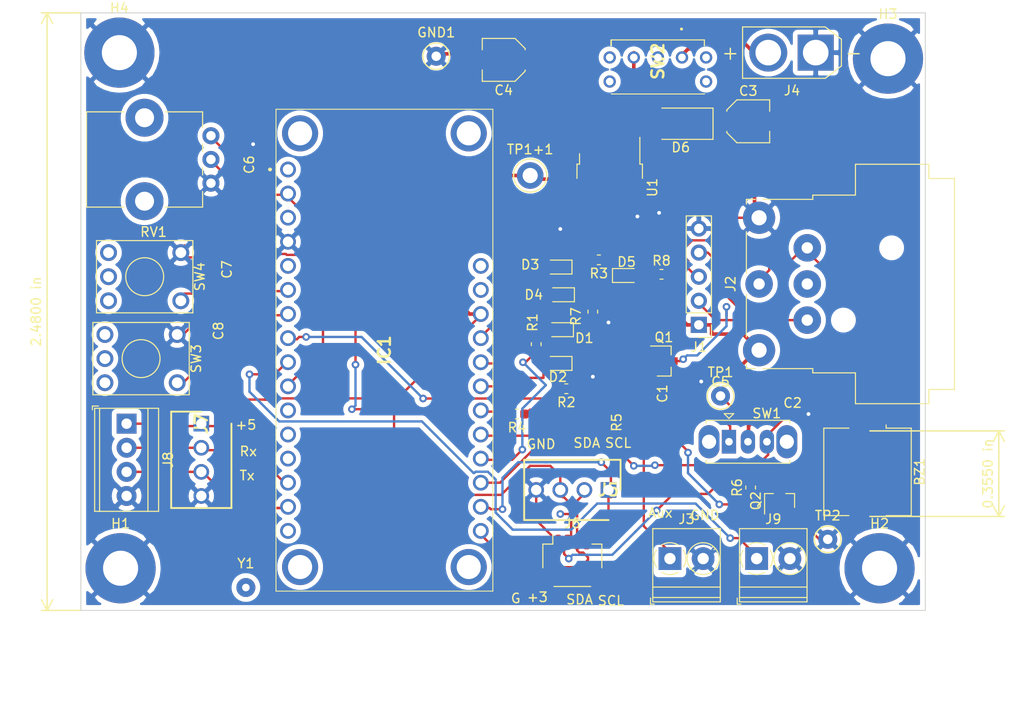
<source format=kicad_pcb>
(kicad_pcb (version 20171130) (host pcbnew "(5.1.4)-1")
  (layers (0 F.Cu signal) (31 B.Cu signal) (34 B.Paste user) (35 F.Paste user) (36 B.SilkS user) (37 F.SilkS user) (38 B.Mask user) (39 F.Mask user) (44 Edge.Cuts user))
  (net 0 "")
  (net 1 "Net-(BZ1-Pad2)")
  (net 2 +3V3)
  (net 3 GND)
  (net 4 +5V)
  (net 5 AuxIn)
  (net 6 SensorIn)
  (net 7 "Net-(D1-Pad2)")
  (net 8 "Net-(D1-Pad1)")
  (net 9 Shutter)
  (net 10 "Net-(D2-Pad1)")
  (net 11 ArmIn)
  (net 12 Poll)
  (net 13 Threshold)
  (net 14 Rx_serial)
  (net 15 Tx_serial)
  (net 16 SDA_qwiic)
  (net 17 SCL_qwiic)
  (net 18 ArmInd)
  (net 19 AuxOut)
  (net 20 Buzzer)
  (net 21 "Net-(J3-Pad1)")
  (net 22 Laser)
  (net 23 +7.5V)
  (net 24 ANALOG_IN)
  (net 25 "Net-(D5-Pad2)")
  (net 26 "Net-(IC1-Pad29)")
  (net 27 "Net-(C4-Pad1)")
  (net 28 "Net-(D2-Pad2)")
  (net 29 /Sheet621ECC97/13)
  (net 30 "Net-(D3-Pad1)")
  (net 31 "Net-(D4-Pad1)")
  (net 32 "Net-(D6-Pad2)")
  (net 33 /Sheet621ECC97/~RST)
  (net 34 /Sheet621ECC97/AREF)
  (net 35 /Sheet621ECC97/A0)
  (net 36 /Sheet621ECC97/SCK)
  (net 37 /Sheet621ECC97/MOSI)
  (net 38 /Sheet621ECC97/MISO)
  (net 39 /Sheet621ECC97/FREE)
  (net 40 /Sheet621ECC97/EN)
  (net 41 /Sheet621ECC97/VBAT)
  (net 42 "Net-(J1-Pad4)")
  (net 43 "Net-(Q2-Pad1)")
  (net 44 "Net-(SW2-Pad2)")
  (net 45 "Net-(SW2-PadMH1)")
  (net 46 "Net-(SW2-PadMH2)")
  (net 47 "Net-(SW2-PadMH3)")
  (net 48 "Net-(SW2-PadMH4)")
  (module SamacSys_Parts:3178 (layer F.Cu) (at 159.258 -59.69 270)
    (fp_text reference IC1 (at 19.05 -10.16 90) (layer F.SilkS) (effects (font (size 1.27 1.27) (thickness 0.254))))
    (fp_text value 3178 hide)
    (pad MH4 thru_hole circle (at 41.91 -19.05 270) (size 3.81 3.81) (drill 2.54) (layers *.Cu *.Mask))
    (pad MH3 thru_hole circle (at 41.91 -1.27 270) (size 3.81 3.81) (drill 2.54) (layers *.Cu *.Mask))
    (pad MH2 thru_hole circle (at -3.81 -19.05 270) (size 3.81 3.81) (drill 2.54) (layers *.Cu *.Mask))
    (pad MH1 thru_hole circle (at -3.81 -1.27 270) (size 3.81 3.81) (drill 2.54) (layers *.Cu *.Mask))
    (pad 28 thru_hole circle (at 0 0 270) (size 1.665 1.665) (drill 1.11) (layers *.Cu *.Mask) (net 33 /Sheet621ECC97/~RST))
    (pad 27 thru_hole circle (at 2.54 0 270) (size 1.665 1.665) (drill 1.11) (layers *.Cu *.Mask) (net 2 +3V3))
    (pad 26 thru_hole circle (at 5.08 0 270) (size 1.665 1.665) (drill 1.11) (layers *.Cu *.Mask) (net 34 /Sheet621ECC97/AREF))
    (pad 25 thru_hole circle (at 7.62 0 270) (size 1.665 1.665) (drill 1.11) (layers *.Cu *.Mask) (net 3 GND))
    (pad 24 thru_hole circle (at 10.16 0 270) (size 1.665 1.665) (drill 1.11) (layers *.Cu *.Mask) (net 35 /Sheet621ECC97/A0))
    (pad 23 thru_hole circle (at 12.7 0 270) (size 1.665 1.665) (drill 1.11) (layers *.Cu *.Mask) (net 11 ArmIn))
    (pad 22 thru_hole circle (at 15.24 0 270) (size 1.665 1.665) (drill 1.11) (layers *.Cu *.Mask) (net 12 Poll))
    (pad 21 thru_hole circle (at 17.78 0 270) (size 1.665 1.665) (drill 1.11) (layers *.Cu *.Mask) (net 5 AuxIn))
    (pad 20 thru_hole circle (at 20.32 0 270) (size 1.665 1.665) (drill 1.11) (layers *.Cu *.Mask) (net 24 ANALOG_IN))
    (pad 19 thru_hole circle (at 22.86 0 270) (size 1.665 1.665) (drill 1.11) (layers *.Cu *.Mask) (net 13 Threshold))
    (pad 18 thru_hole circle (at 25.4 0 270) (size 1.665 1.665) (drill 1.11) (layers *.Cu *.Mask) (net 36 /Sheet621ECC97/SCK))
    (pad 17 thru_hole circle (at 27.94 0 270) (size 1.665 1.665) (drill 1.11) (layers *.Cu *.Mask) (net 37 /Sheet621ECC97/MOSI))
    (pad 16 thru_hole circle (at 30.48 0 270) (size 1.665 1.665) (drill 1.11) (layers *.Cu *.Mask) (net 38 /Sheet621ECC97/MISO))
    (pad 15 thru_hole circle (at 33.02 0 270) (size 1.665 1.665) (drill 1.11) (layers *.Cu *.Mask) (net 14 Rx_serial))
    (pad 14 thru_hole circle (at 35.56 0 270) (size 1.665 1.665) (drill 1.11) (layers *.Cu *.Mask) (net 15 Tx_serial))
    (pad 13 thru_hole circle (at 38.1 0 270) (size 1.665 1.665) (drill 1.11) (layers *.Cu *.Mask) (net 39 /Sheet621ECC97/FREE))
    (pad 12 thru_hole circle (at 38.1 -20.32 270) (size 1.665 1.665) (drill 1.11) (layers *.Cu *.Mask) (net 16 SDA_qwiic))
    (pad 11 thru_hole circle (at 35.56 -20.32 270) (size 1.665 1.665) (drill 1.11) (layers *.Cu *.Mask) (net 17 SCL_qwiic))
    (pad 10 thru_hole circle (at 33.02 -20.32 270) (size 1.665 1.665) (drill 1.11) (layers *.Cu *.Mask) (net 6 SensorIn))
    (pad 9 thru_hole circle (at 30.48 -20.32 270) (size 1.665 1.665) (drill 1.11) (layers *.Cu *.Mask) (net 18 ArmInd))
    (pad 8 thru_hole circle (at 27.94 -20.32 270) (size 1.665 1.665) (drill 1.11) (layers *.Cu *.Mask) (net 19 AuxOut))
    (pad 7 thru_hole circle (at 25.4 -20.32 270) (size 1.665 1.665) (drill 1.11) (layers *.Cu *.Mask) (net 20 Buzzer))
    (pad 6 thru_hole circle (at 22.86 -20.32 270) (size 1.665 1.665) (drill 1.11) (layers *.Cu *.Mask) (net 28 "Net-(D2-Pad2)"))
    (pad 5 thru_hole circle (at 20.32 -20.32 270) (size 1.665 1.665) (drill 1.11) (layers *.Cu *.Mask) (net 9 Shutter))
    (pad 4 thru_hole circle (at 17.78 -20.32 270) (size 1.665 1.665) (drill 1.11) (layers *.Cu *.Mask) (net 29 /Sheet621ECC97/13))
    (pad 3 thru_hole circle (at 15.24 -20.32 270) (size 1.665 1.665) (drill 1.11) (layers *.Cu *.Mask) (net 4 +5V))
    (pad 2 thru_hole circle (at 12.7 -20.32 270) (size 1.665 1.665) (drill 1.11) (layers *.Cu *.Mask) (net 40 /Sheet621ECC97/EN))
    (pad 1 thru_hole circle (at 10.16 -20.32 270) (size 1.665 1.665) (drill 1.11) (layers *.Cu *.Mask) (net 41 /Sheet621ECC97/VBAT))
  )
  (module TerminalBlock_Phoenix:TerminalBlock_Phoenix_PT-1,5-2-3.5-H_1x02_P3.50mm_Horizontal (layer F.Cu) (at 208.661 -18.669)
    (fp_text reference J9 (at 1.75 -4.16) (layer F.SilkS))
    (fp_text value "Analog in")
    (pad 2 thru_hole circle (at 3.5 0) (size 2.4 2.4) (drill 1.2) (layers *.Cu *.Mask) (net 3 GND))
    (pad 1 thru_hole rect (at 0 0) (size 2.4 2.4) (drill 1.2) (layers *.Cu *.Mask) (net 24 ANALOG_IN))
  )
  (module TerminalBlock_Phoenix:TerminalBlock_Phoenix_PT-1,5-2-3.5-H_1x02_P3.50mm_Horizontal (layer F.Cu) (at 199.517 -18.669)
    (fp_text reference J3 (at 1.75 -4.16) (layer F.SilkS))
    (fp_text value "Aux out")
    (pad 2 thru_hole circle (at 3.5 0) (size 2.4 2.4) (drill 1.2) (layers *.Cu *.Mask) (net 3 GND))
    (pad 1 thru_hole rect (at 0 0) (size 2.4 2.4) (drill 1.2) (layers *.Cu *.Mask) (net 21 "Net-(J3-Pad1)"))
  )
  (module Connector_JST:JST_SH_SM04B-SRSS-TB_1x04-1MP_P1.00mm_Horizontal (layer F.Cu) (at 189.23 -18.415)
    (fp_text reference J6 (at 0 -3.98) (layer F.SilkS))
    (fp_text value I2C)
    (pad MP smd roundrect (at 2.8 1.875) (size 1.2 1.8) (layers F.Cu F.Paste F.Mask) (roundrect_rratio 0.208333))
    (pad MP smd roundrect (at -2.8 1.875) (size 1.2 1.8) (layers F.Cu F.Paste F.Mask) (roundrect_rratio 0.208333))
    (pad 4 smd roundrect (at 1.5 -2) (size 0.6 1.55) (layers F.Cu F.Paste F.Mask) (net 17 SCL_qwiic))
    (pad 3 smd roundrect (at 0.5 -2) (size 0.6 1.55) (layers F.Cu F.Paste F.Mask) (net 16 SDA_qwiic))
    (pad 2 smd roundrect (at -0.5 -2) (size 0.6 1.55) (layers F.Cu F.Paste F.Mask) (net 2 +3V3))
    (pad 1 smd roundrect (at -1.5 -2) (size 0.6 1.55) (layers F.Cu F.Paste F.Mask) (net 3 GND))
  )
  (module Buzzer_Beeper:Buzzer_Murata_PKMCS0909E4000-R1 (layer F.Cu) (at 220.345 -27.813 270)
    (fp_text reference BZ1 (at 0 -5.5 90) (layer F.SilkS))
    (fp_text value Buzzer)
    (pad 2 smd rect (at 4.35 0 270) (size 1.3 3.4) (layers F.Cu F.Paste F.Mask) (net 1 "Net-(BZ1-Pad2)"))
    (pad 1 smd rect (at -4.35 0 270) (size 1.3 3.4) (layers F.Cu F.Paste F.Mask) (net 2 +3V3))
  )
  (module Resistor_SMD:R_0603_1608Metric (layer F.Cu) (at 185.42 -41.275 270)
    (fp_text reference R1 (at -2.286 0.381 90) (layer F.SilkS))
    (fp_text value 1K)
    (pad 2 smd roundrect (at 0.7875 0 270) (size 0.875 0.95) (layers F.Cu F.Paste F.Mask) (net 18 ArmInd))
    (pad 1 smd roundrect (at -0.7875 0 270) (size 0.875 0.95) (layers F.Cu F.Paste F.Mask) (net 7 "Net-(D1-Pad2)"))
  )
  (module TerminalBlock_TE-Connectivity:TerminalBlock_TE_282834-4_1x04_P2.54mm_Horizontal (layer F.Cu) (at 142.24 -32.893 270)
    (fp_text reference J8 (at 3.81 -4.37 90) (layer F.SilkS))
    (fp_text value Serial)
    (pad 4 thru_hole circle (at 7.62 0 270) (size 2.1 2.1) (drill 1.1) (layers *.Cu *.Mask) (net 3 GND))
    (pad 3 thru_hole circle (at 5.08 0 270) (size 2.1 2.1) (drill 1.1) (layers *.Cu *.Mask) (net 15 Tx_serial))
    (pad 2 thru_hole circle (at 2.54 0 270) (size 2.1 2.1) (drill 1.1) (layers *.Cu *.Mask) (net 14 Rx_serial))
    (pad 1 thru_hole rect (at 0 0 270) (size 2.1 2.1) (drill 1.1) (layers *.Cu *.Mask) (net 4 +5V))
  )
  (module 19-237_R6GHBHC-A01_2T:HDRV4W64P0X254_1X4_1016X635X1067P (layer F.Cu) (at 150.114 -32.893 270)
    (fp_text reference J7 (at 0 0 90) (layer F.SilkS) (effects (font (size 1.27 1.27) (thickness 0.254))))
    (fp_text value Conn_01x04_Male hide)
    (pad 1 thru_hole rect (at 0 0 270) (size 1.65 1.65) (drill 1.1) (layers *.Cu *.Mask) (net 4 +5V))
    (pad 2 thru_hole circle (at 2.54 0 270) (size 1.65 1.65) (drill 1.1) (layers *.Cu *.Mask) (net 14 Rx_serial))
    (pad 3 thru_hole circle (at 5.08 0 270) (size 1.65 1.65) (drill 1.1) (layers *.Cu *.Mask) (net 15 Tx_serial))
    (pad 4 thru_hole circle (at 7.62 0 270) (size 1.65 1.65) (drill 1.1) (layers *.Cu *.Mask) (net 3 GND))
  )
  (module LED_SMD:LED_0603_1608Metric (layer F.Cu) (at 187.706 -49.403 180)
    (fp_text reference D3 (at 2.921 0.254) (layer F.SilkS))
    (fp_text value Trig1)
    (pad 2 smd roundrect (at 0.7875 0 180) (size 0.875 0.95) (layers F.Cu F.Paste F.Mask) (net 29 /Sheet621ECC97/13))
    (pad 1 smd roundrect (at -0.7875 0 180) (size 0.875 0.95) (layers F.Cu F.Paste F.Mask) (net 30 "Net-(D3-Pad1)"))
  )
  (module LED_SMD:LED_0603_1608Metric (layer F.Cu) (at 187.706 -39.243 180)
    (fp_text reference D2 (at 0 -1.43) (layer F.SilkS))
    (fp_text value Trig2)
    (pad 2 smd roundrect (at 0.7875 0 180) (size 0.875 0.95) (layers F.Cu F.Paste F.Mask) (net 28 "Net-(D2-Pad2)"))
    (pad 1 smd roundrect (at -0.7875 0 180) (size 0.875 0.95) (layers F.Cu F.Paste F.Mask) (net 10 "Net-(D2-Pad1)"))
  )
  (module Resistor_SMD:R_0603_1608Metric (layer F.Cu) (at 188.595 -36.576 180)
    (fp_text reference R2 (at 0 -1.43) (layer F.SilkS))
    (fp_text value 1K)
    (pad 2 smd roundrect (at 0.7875 0 180) (size 0.875 0.95) (layers F.Cu F.Paste F.Mask) (net 10 "Net-(D2-Pad1)"))
    (pad 1 smd roundrect (at -0.7875 0 180) (size 0.875 0.95) (layers F.Cu F.Paste F.Mask) (net 3 GND))
  )
  (module Resistor_SMD:R_0603_1608Metric (layer F.Cu) (at 191.389 -44.704 90)
    (fp_text reference R7 (at -0.508 -1.778 90) (layer F.SilkS))
    (fp_text value 1K)
    (pad 2 smd roundrect (at 0.7875 0 90) (size 0.875 0.95) (layers F.Cu F.Paste F.Mask) (net 31 "Net-(D4-Pad1)"))
    (pad 1 smd roundrect (at -0.7875 0 90) (size 0.875 0.95) (layers F.Cu F.Paste F.Mask) (net 3 GND))
  )
  (module LED_SMD:LED_0603_1608Metric (layer F.Cu) (at 187.96 -46.482 180)
    (fp_text reference D4 (at 2.794 0) (layer F.SilkS))
    (fp_text value Shutter)
    (pad 2 smd roundrect (at 0.7875 0 180) (size 0.875 0.95) (layers F.Cu F.Paste F.Mask) (net 9 Shutter))
    (pad 1 smd roundrect (at -0.7875 0 180) (size 0.875 0.95) (layers F.Cu F.Paste F.Mask) (net 31 "Net-(D4-Pad1)"))
  )
  (module Capacitor_SMD:C_0402_1005Metric (layer F.Cu) (at 199.898 -36.068 90)
    (fp_text reference C1 (at 0 -1.17 90) (layer F.SilkS))
    (fp_text value "0.01 μF")
    (pad 2 smd roundrect (at 0.485 0 90) (size 0.59 0.64) (layers F.Cu F.Paste F.Mask) (net 3 GND))
    (pad 1 smd roundrect (at -0.485 0 90) (size 0.59 0.64) (layers F.Cu F.Paste F.Mask) (net 5 AuxIn))
  )
  (module Package_TO_SOT_SMD:TO-252-2 (layer F.Cu) (at 193.167 -57.785 270)
    (fp_text reference U1 (at 0 -4.5 90) (layer F.SilkS))
    (fp_text value LM7805_TO220)
    (pad 2 smd rect (at 2.1 0 270) (size 6.4 5.8) (layers F.Cu F.Mask) (net 3 GND))
    (pad 3 smd rect (at -4.2 2.28 270) (size 2.2 1.2) (layers F.Cu F.Paste F.Mask) (net 4 +5V))
    (pad 1 smd rect (at -4.2 -2.28 270) (size 2.2 1.2) (layers F.Cu F.Paste F.Mask) (net 27 "Net-(C4-Pad1)"))
  )
  (module TestPoint:TestPoint_Keystone_5010-5014_Multipurpose (layer F.Cu) (at 184.785 -59.055)
    (fp_text reference TP1+1 (at 0 -2.75) (layer F.SilkS))
    (fp_text value +5V)
    (pad 1 thru_hole circle (at 0 0) (size 2.8 2.8) (drill 1.6) (layers *.Cu *.Mask) (net 4 +5V))
  )
  (module TestPoint:TestPoint_Keystone_5000-5004_Miniature (layer F.Cu) (at 216.154 -20.701)
    (fp_text reference TP2 (at 0 -2.5) (layer F.SilkS))
    (fp_text value Gnd)
    (pad 1 thru_hole circle (at 0 0) (size 2 2) (drill 1) (layers *.Cu *.Mask) (net 3 GND))
  )
  (module TestPoint:TestPoint_Keystone_5000-5004_Miniature (layer F.Cu) (at 204.851 -35.814)
    (fp_text reference TP1 (at 0 -2.5) (layer F.SilkS))
    (fp_text value Sensor)
    (pad 1 thru_hole circle (at 0 0) (size 2 2) (drill 1) (layers *.Cu *.Mask) (net 42 "Net-(J1-Pad4)"))
  )
  (module Button_Switch_THT:KSA_Tactile_SPST (layer F.Cu) (at 147.955 -50.927 270)
    (fp_text reference SW4 (at 2.54 -2 90) (layer F.SilkS))
    (fp_text value SW_Arm)
    (pad 5 thru_hole circle (at 0 7.62 270) (size 1.778 1.778) (drill 1.143) (layers *.Cu *.Mask))
    (pad 4 thru_hole circle (at 2.54 7.62 270) (size 1.778 1.778) (drill 1.143) (layers *.Cu *.Mask))
    (pad 3 thru_hole circle (at 5.08 7.62 270) (size 1.778 1.778) (drill 1.143) (layers *.Cu *.Mask))
    (pad 2 thru_hole circle (at 5.08 0 270) (size 1.778 1.778) (drill 1.143) (layers *.Cu *.Mask) (net 11 ArmIn))
    (pad 1 thru_hole circle (at 0 0 270) (size 1.778 1.778) (drill 1.143) (layers *.Cu *.Mask) (net 3 GND))
  )
  (module Button_Switch_THT:KSA_Tactile_SPST (layer F.Cu) (at 147.574 -42.291 270)
    (fp_text reference SW3 (at 2.54 -2 90) (layer F.SilkS))
    (fp_text value SW_Poll)
    (pad 5 thru_hole circle (at 0 7.62 270) (size 1.778 1.778) (drill 1.143) (layers *.Cu *.Mask))
    (pad 4 thru_hole circle (at 2.54 7.62 270) (size 1.778 1.778) (drill 1.143) (layers *.Cu *.Mask))
    (pad 3 thru_hole circle (at 5.08 7.62 270) (size 1.778 1.778) (drill 1.143) (layers *.Cu *.Mask))
    (pad 2 thru_hole circle (at 5.08 0 270) (size 1.778 1.778) (drill 1.143) (layers *.Cu *.Mask) (net 12 Poll))
    (pad 1 thru_hole circle (at 0 0 270) (size 1.778 1.778) (drill 1.143) (layers *.Cu *.Mask) (net 3 GND))
  )
  (module CameraTriggerPCB:AS11CB (layer F.Cu) (at 200.787 -71.501 270)
    (fp_text reference SW2 (at 0.4 2.54 90) (layer F.SilkS) (effects (font (size 1.27 1.27) (thickness 0.254))))
    (fp_text value AS11CB hide)
    (pad 1 thru_hole circle (at 0 0 270) (size 1.3 1.3) (drill 0.8) (layers *.Cu *.Mask) (net 23 +7.5V))
    (pad 2 thru_hole circle (at 0 2.54 270) (size 1.3 1.3) (drill 0.8) (layers *.Cu *.Mask) (net 44 "Net-(SW2-Pad2)"))
    (pad 3 thru_hole circle (at 0 5.08 270) (size 1.3 1.3) (drill 0.8) (layers *.Cu *.Mask) (net 32 "Net-(D6-Pad2)"))
    (pad MH1 thru_hole circle (at 0 -2.54 270) (size 1.3 1.3) (drill 0.8) (layers *.Cu *.Mask) (net 45 "Net-(SW2-PadMH1)"))
    (pad MH2 thru_hole circle (at 0 7.62 270) (size 1.3 1.3) (drill 0.8) (layers *.Cu *.Mask) (net 46 "Net-(SW2-PadMH2)"))
    (pad MH3 thru_hole circle (at 2.54 -2.54 270) (size 1.3 1.3) (drill 0.8) (layers *.Cu *.Mask) (net 47 "Net-(SW2-PadMH3)"))
    (pad MH4 thru_hole circle (at 2.54 7.62 270) (size 1.3 1.3) (drill 0.8) (layers *.Cu *.Mask) (net 48 "Net-(SW2-PadMH4)"))
  )
  (module Button_Switch_THT:SW_Slide_1P2T_CK_OS102011MS2Q (layer F.Cu) (at 205.74 -30.988)
    (fp_text reference SW1 (at 3.99 -2.99) (layer F.SilkS))
    (fp_text value " ")
    (pad "" thru_hole oval (at 6.1 0) (size 2.2 3.5) (drill 1.5) (layers *.Cu *.Mask))
    (pad "" thru_hole oval (at -2.1 0) (size 2.2 3.5) (drill 1.5) (layers *.Cu *.Mask))
    (pad 3 thru_hole oval (at 4 0) (size 1.5 2.5) (drill 0.8) (layers *.Cu *.Mask) (net 6 SensorIn))
    (pad 2 thru_hole oval (at 2 0) (size 1.5 2.5) (drill 0.8) (layers *.Cu *.Mask) (net 42 "Net-(J1-Pad4)"))
    (pad 1 thru_hole rect (at 0 0) (size 1.5 2.5) (drill 0.8) (layers *.Cu *.Mask) (net 5 AuxIn))
  )
  (module Potentiometer_THT:Potentiometer_Alps_RK09K_Single_Vertical (layer F.Cu) (at 151.13 -63.246 180)
    (fp_text reference RV1 (at 6.05 -10.15) (layer F.SilkS))
    (fp_text value 1K)
    (pad "" np_thru_hole circle (at 7 1.9 180) (size 4 4) (drill 2) (layers *.Cu *.Mask))
    (pad "" np_thru_hole circle (at 7 -6.9 180) (size 4 4) (drill 2) (layers *.Cu *.Mask))
    (pad 1 thru_hole circle (at 0 0 180) (size 1.8 1.8) (drill 1) (layers *.Cu *.Mask) (net 2 +3V3))
    (pad 2 thru_hole circle (at 0 -2.5 180) (size 1.8 1.8) (drill 1) (layers *.Cu *.Mask) (net 13 Threshold))
    (pad 3 thru_hole circle (at 0 -5 180) (size 1.8 1.8) (drill 1) (layers *.Cu *.Mask) (net 3 GND))
  )
  (module Resistor_SMD:R_0603_1608Metric (layer F.Cu) (at 198.628 -48.641)
    (fp_text reference R8 (at 0 -1.43) (layer F.SilkS))
    (fp_text value 1K)
    (pad 2 smd roundrect (at 0.7875 0) (size 0.875 0.95) (layers F.Cu F.Paste F.Mask) (net 4 +5V))
    (pad 1 smd roundrect (at -0.7875 0) (size 0.875 0.95) (layers F.Cu F.Paste F.Mask) (net 25 "Net-(D5-Pad2)"))
  )
  (module Resistor_SMD:R_0603_1608Metric (layer F.Cu) (at 208.026 -26.162 90)
    (fp_text reference R6 (at 0 -1.43 90) (layer F.SilkS))
    (fp_text value 1K)
    (pad 2 smd roundrect (at 0.7875 0 90) (size 0.875 0.95) (layers F.Cu F.Paste F.Mask) (net 2 +3V3))
    (pad 1 smd roundrect (at -0.7875 0 90) (size 0.875 0.95) (layers F.Cu F.Paste F.Mask) (net 1 "Net-(BZ1-Pad2)"))
  )
  (module Resistor_SMD:R_0402_1005Metric (layer F.Cu) (at 195.072 -33.02 90)
    (fp_text reference R5 (at 0 -1.17 90) (layer F.SilkS))
    (fp_text value 5K)
    (pad 2 smd roundrect (at 0.485 0 90) (size 0.59 0.64) (layers F.Cu F.Paste F.Mask) (net 19 AuxOut))
    (pad 1 smd roundrect (at -0.485 0 90) (size 0.59 0.64) (layers F.Cu F.Paste F.Mask) (net 21 "Net-(J3-Pad1)"))
  )
  (module Resistor_SMD:R_0603_1608Metric (layer F.Cu) (at 183.388 -33.909 180)
    (fp_text reference R4 (at 0 -1.43) (layer F.SilkS))
    (fp_text value 1K)
    (pad 2 smd roundrect (at 0.7875 0 180) (size 0.875 0.95) (layers F.Cu F.Paste F.Mask) (net 20 Buzzer))
    (pad 1 smd roundrect (at -0.7875 0 180) (size 0.875 0.95) (layers F.Cu F.Paste F.Mask) (net 43 "Net-(Q2-Pad1)"))
  )
  (module Resistor_SMD:R_0603_1608Metric (layer F.Cu) (at 192.024 -50.165 180)
    (fp_text reference R3 (at 0 -1.43) (layer F.SilkS))
    (fp_text value 1K)
    (pad 2 smd roundrect (at 0.7875 0 180) (size 0.875 0.95) (layers F.Cu F.Paste F.Mask) (net 30 "Net-(D3-Pad1)"))
    (pad 1 smd roundrect (at -0.7875 0 180) (size 0.875 0.95) (layers F.Cu F.Paste F.Mask) (net 3 GND))
  )
  (module Package_TO_SOT_SMD:SOT-23 (layer F.Cu) (at 211.074 -24.765 90)
    (fp_text reference Q2 (at 0 -2.5 90) (layer F.SilkS))
    (fp_text value 2SC1815)
    (pad 3 smd rect (at 1 0 90) (size 0.9 0.8) (layers F.Cu F.Paste F.Mask) (net 1 "Net-(BZ1-Pad2)"))
    (pad 2 smd rect (at -1 0.95 90) (size 0.9 0.8) (layers F.Cu F.Paste F.Mask) (net 3 GND))
    (pad 1 smd rect (at -1 -0.95 90) (size 0.9 0.8) (layers F.Cu F.Paste F.Mask) (net 43 "Net-(Q2-Pad1)"))
  )
  (module Package_TO_SOT_SMD:SOT-23 (layer F.Cu) (at 198.882 -39.497)
    (fp_text reference Q1 (at 0 -2.5) (layer F.SilkS))
    (fp_text value MMBT3904)
    (pad 3 smd rect (at 1 0) (size 0.9 0.8) (layers F.Cu F.Paste F.Mask) (net 22 Laser))
    (pad 2 smd rect (at -1 0.95) (size 0.9 0.8) (layers F.Cu F.Paste F.Mask) (net 3 GND))
    (pad 1 smd rect (at -1 -0.95) (size 0.9 0.8) (layers F.Cu F.Paste F.Mask) (net 8 "Net-(D1-Pad1)"))
  )
  (module 19-237_R6GHBHC-A01_2T:HDRV4W64P0X254_1X4_1016X635X1067P (layer F.Cu) (at 193.04 -25.908 180)
    (fp_text reference J5 (at 0 0) (layer F.SilkS) (effects (font (size 1.27 1.27) (thickness 0.254))))
    (fp_text value " " hide)
    (pad 1 thru_hole rect (at 0 0 180) (size 1.65 1.65) (drill 1.1) (layers *.Cu *.Mask) (net 17 SCL_qwiic))
    (pad 2 thru_hole circle (at 2.54 0 180) (size 1.65 1.65) (drill 1.1) (layers *.Cu *.Mask) (net 16 SDA_qwiic))
    (pad 3 thru_hole circle (at 5.08 0 180) (size 1.65 1.65) (drill 1.1) (layers *.Cu *.Mask) (net 2 +3V3))
    (pad 4 thru_hole circle (at 7.62 0 180) (size 1.65 1.65) (drill 1.1) (layers *.Cu *.Mask) (net 3 GND))
  )
  (module Connector_AMASS:AMASS_XT30U-F_1x02_P5.0mm_Vertical (layer F.Cu) (at 214.884 -72.009 180)
    (fp_text reference J4 (at 2.5 -4) (layer F.SilkS))
    (fp_text value " ")
    (fp_text user - (at -4 0) (layer F.SilkS) (effects (font (size 1.5 1.5))))
    (fp_text user + (at 9 0) (layer F.SilkS) (effects (font (size 1.5 1.5))))
    (pad 2 thru_hole circle (at 5 0 180) (size 4 4) (drill 2.7) (layers *.Cu *.Mask) (net 23 +7.5V))
    (pad 1 thru_hole rect (at 0 0 180) (size 3.8 3.8) (drill 2.7) (layers *.Cu *.Mask) (net 3 GND))
  )
  (module SamacSys_Parts:Jack_XLR_Neutrik_NC5MBH_Horizontal (layer F.Cu) (at 208.915 -40.64 90)
    (fp_text reference J2 (at 6.98 -3 90) (layer F.SilkS))
    (fp_text value "XLR5 Male")
    (pad 4 thru_hole circle (at 10.79 5.08 90) (size 2.9 2.9) (drill 1.2) (layers *.Cu *.Mask) (net 42 "Net-(J1-Pad4)"))
    (pad 5 thru_hole circle (at 13.96 0 90) (size 3.4 3.4) (drill 1.6) (layers *.Cu *.Mask) (net 3 GND))
    (pad 1 thru_hole circle (at 0 0 90) (size 3.4 3.4) (drill 1.6) (layers *.Cu *.Mask) (net 4 +5V))
    (pad "" np_thru_hole circle (at 10.79 13.97 90) (size 1.6 1.6) (drill 1.6) (layers *.Cu *.Mask))
    (pad "" np_thru_hole circle (at 3.17 8.89 90) (size 1.6 1.6) (drill 1.6) (layers *.Cu *.Mask))
    (pad 2 thru_hole circle (at 3.17 5.08 90) (size 2.9 2.9) (drill 1.2) (layers *.Cu *.Mask) (net 22 Laser))
    (pad G thru_hole circle (at 6.98 5.08 90) (size 2.9 2.9) (drill 1.2) (layers *.Cu *.Mask))
    (pad 3 thru_hole circle (at 6.98 0 90) (size 2.9 2.9) (drill 1.2) (layers *.Cu *.Mask) (net 2 +3V3))
  )
  (module Connector_PinHeader_2.54mm:PinHeader_1x05_P2.54mm_Vertical (layer F.Cu) (at 202.565 -43.307 180)
    (fp_text reference J1 (at 0 -2.33) (layer F.SilkS))
    (fp_text value " ")
    (pad 5 thru_hole oval (at 0 10.16 180) (size 1.7 1.7) (drill 1) (layers *.Cu *.Mask) (net 3 GND))
    (pad 4 thru_hole oval (at 0 7.62 180) (size 1.7 1.7) (drill 1) (layers *.Cu *.Mask) (net 42 "Net-(J1-Pad4)"))
    (pad 3 thru_hole oval (at 0 5.08 180) (size 1.7 1.7) (drill 1) (layers *.Cu *.Mask) (net 2 +3V3))
    (pad 2 thru_hole oval (at 0 2.54 180) (size 1.7 1.7) (drill 1) (layers *.Cu *.Mask) (net 22 Laser))
    (pad 1 thru_hole rect (at 0 0 180) (size 1.7 1.7) (drill 1) (layers *.Cu *.Mask) (net 4 +5V))
  )
  (module MountingHole:MountingHole_3.7mm_Pad (layer F.Cu) (at 141.478 -72.009)
    (fp_text reference H4 (at 0 -4.7) (layer F.SilkS))
    (fp_text value " ")
    (pad 1 thru_hole circle (at 0 0) (size 7.4 7.4) (drill 3.7) (layers *.Cu *.Mask) (net 3 GND))
  )
  (module MountingHole:MountingHole_3.7mm_Pad (layer F.Cu) (at 222.504 -71.374)
    (fp_text reference H3 (at 0 -4.7) (layer F.SilkS))
    (fp_text value " ")
    (pad 1 thru_hole circle (at 0 0) (size 7.4 7.4) (drill 3.7) (layers *.Cu *.Mask) (net 3 GND))
  )
  (module MountingHole:MountingHole_3.7mm_Pad (layer F.Cu) (at 221.615 -17.653)
    (fp_text reference H2 (at 0 -4.7) (layer F.SilkS))
    (fp_text value " ")
    (pad 1 thru_hole circle (at 0 0) (size 7.4 7.4) (drill 3.7) (layers *.Cu *.Mask) (net 3 GND))
  )
  (module MountingHole:MountingHole_3.7mm_Pad (layer F.Cu) (at 141.605 -17.653)
    (fp_text reference H1 (at 0 -4.7) (layer F.SilkS))
    (fp_text value " ")
    (pad 1 thru_hole circle (at 0 0) (size 7.4 7.4) (drill 3.7) (layers *.Cu *.Mask) (net 3 GND))
  )
  (module TestPoint:TestPoint_Keystone_5000-5004_Miniature (layer F.Cu) (at 174.879 -71.628)
    (fp_text reference GND1 (at 0 -2.5) (layer F.SilkS))
    (fp_text value TestPoint)
    (pad 1 thru_hole circle (at 0 0) (size 2 2) (drill 1) (layers *.Cu *.Mask) (net 3 GND))
  )
  (module Diode_SMD:D_SMA (layer F.Cu) (at 200.66 -64.516 180)
    (fp_text reference D6 (at 0 -2.5) (layer F.SilkS))
    (fp_text value SR560-T)
    (pad 2 smd rect (at 2 0 180) (size 2.5 1.8) (layers F.Cu F.Paste F.Mask) (net 32 "Net-(D6-Pad2)"))
    (pad 1 smd rect (at -2 0 180) (size 2.5 1.8) (layers F.Cu F.Paste F.Mask) (net 27 "Net-(C4-Pad1)"))
  )
  (module LED_SMD:LED_0603_1608Metric (layer F.Cu) (at 194.945 -48.514)
    (fp_text reference D5 (at 0 -1.43) (layer F.SilkS))
    (fp_text value PWR)
    (pad 2 smd roundrect (at 0.7875 0) (size 0.875 0.95) (layers F.Cu F.Paste F.Mask) (net 25 "Net-(D5-Pad2)"))
    (pad 1 smd roundrect (at -0.7875 0) (size 0.875 0.95) (layers F.Cu F.Paste F.Mask) (net 3 GND))
  )
  (module LED_SMD:LED_0603_1608Metric (layer F.Cu) (at 187.8585 -42.799 180)
    (fp_text reference D1 (at -2.6415 -0.889) (layer F.SilkS))
    (fp_text value Arm)
    (pad 2 smd roundrect (at 0.7875 0 180) (size 0.875 0.95) (layers F.Cu F.Paste F.Mask) (net 7 "Net-(D1-Pad2)"))
    (pad 1 smd roundrect (at -0.7875 0 180) (size 0.875 0.95) (layers F.Cu F.Paste F.Mask) (net 8 "Net-(D1-Pad1)"))
  )
  (module Capacitor_SMD:C_0402_1005Metric (layer F.Cu) (at 150.749 -42.672 270)
    (fp_text reference C8 (at 0 -1.17 90) (layer F.SilkS))
    (fp_text value "0.01 μF")
    (pad 2 smd roundrect (at 0.485 0 270) (size 0.59 0.64) (layers F.Cu F.Paste F.Mask) (net 12 Poll))
    (pad 1 smd roundrect (at -0.485 0 270) (size 0.59 0.64) (layers F.Cu F.Paste F.Mask) (net 3 GND))
  )
  (module Capacitor_SMD:C_0402_1005Metric (layer F.Cu) (at 151.638 -49.149 270)
    (fp_text reference C7 (at 0 -1.17 90) (layer F.SilkS))
    (fp_text value "0.01 μF")
    (pad 2 smd roundrect (at 0.485 0 270) (size 0.59 0.64) (layers F.Cu F.Paste F.Mask) (net 11 ArmIn))
    (pad 1 smd roundrect (at -0.485 0 270) (size 0.59 0.64) (layers F.Cu F.Paste F.Mask) (net 3 GND))
  )
  (module Capacitor_SMD:C_0402_1005Metric (layer F.Cu) (at 156.337 -60.198 90)
    (fp_text reference C6 (at 0 -1.17 90) (layer F.SilkS))
    (fp_text value "0.01 μF")
    (pad 2 smd roundrect (at 0.485 0 90) (size 0.59 0.64) (layers F.Cu F.Paste F.Mask) (net 3 GND))
    (pad 1 smd roundrect (at -0.485 0 90) (size 0.59 0.64) (layers F.Cu F.Paste F.Mask) (net 2 +3V3))
  )
  (module Capacitor_SMD:C_0402_1005Metric (layer F.Cu) (at 204.851 -38.481 180)
    (fp_text reference C5 (at 0 -1.17) (layer F.SilkS))
    (fp_text value "0.01 μF")
    (pad 2 smd roundrect (at 0.485 0 180) (size 0.59 0.64) (layers F.Cu F.Paste F.Mask) (net 3 GND))
    (pad 1 smd roundrect (at -0.485 0 180) (size 0.59 0.64) (layers F.Cu F.Paste F.Mask) (net 4 +5V))
  )
  (module Capacitor_SMD:C_Elec_4x5.4 (layer F.Cu) (at 181.991 -71.247 180)
    (fp_text reference C4 (at 0 -3.2) (layer F.SilkS))
    (fp_text value 25uf)
    (pad 2 smd roundrect (at 1.675 0 180) (size 2.65 1.6) (layers F.Cu F.Paste F.Mask) (roundrect_rratio 0.15625) (net 3 GND))
    (pad 1 smd roundrect (at -1.675 0 180) (size 2.65 1.6) (layers F.Cu F.Paste F.Mask) (roundrect_rratio 0.15625) (net 27 "Net-(C4-Pad1)"))
  )
  (module Capacitor_SMD:C_Elec_4x5.4 (layer F.Cu) (at 207.772 -64.77)
    (fp_text reference C3 (at 0 -3.2) (layer F.SilkS))
    (fp_text value 1uf)
    (pad 2 smd roundrect (at 1.675 0) (size 2.65 1.6) (layers F.Cu F.Paste F.Mask) (roundrect_rratio 0.15625) (net 3 GND))
    (pad 1 smd roundrect (at -1.675 0) (size 2.65 1.6) (layers F.Cu F.Paste F.Mask) (roundrect_rratio 0.15625) (net 4 +5V))
  )
  (module Capacitor_SMD:C_0402_1005Metric (layer F.Cu) (at 212.448 -33.909)
    (fp_text reference C2 (at 0 -1.17) (layer F.SilkS))
    (fp_text value "0.01 μF")
    (pad 2 smd roundrect (at 0.485 0) (size 0.59 0.64) (layers F.Cu F.Paste F.Mask) (net 3 GND))
    (pad 1 smd roundrect (at -0.485 0) (size 0.59 0.64) (layers F.Cu F.Paste F.Mask) (net 6 SensorIn))
  )
  (module Connector_Wire:SolderWirePad_1x01_Drill0.8mm (layer F.Cu) (at 154.813 -15.621)
    (fp_text reference Y1 (at 0 -2.54) (layer F.SilkS))
    (fp_text value " ")
    (pad 1 thru_hole circle (at 0 0) (size 1.99898 1.99898) (drill 0.8001) (layers *.Cu *.Mask) (net 26 "Net-(IC1-Pad29)"))
  )
  (dimension 9.017 (width 0.15) (layer F.SilkS) (gr_text "0.3550 in" (at 235.488 -27.6225 270) (layer F.SilkS) (effects (font (size 1 1) (thickness 0.15)))) (feature1 (pts (xy 220.599 -23.114) (xy 234.774421 -23.114))) (feature2 (pts (xy 220.599 -32.131) (xy 234.774421 -32.131))) (crossbar (pts (xy 234.188 -32.131) (xy 234.188 -23.114))) (arrow1a (pts (xy 234.188 -23.114) (xy 233.601579 -24.240504))) (arrow1b (pts (xy 234.188 -23.114) (xy 234.774421 -24.240504))) (arrow2a (pts (xy 234.188 -32.131) (xy 233.601579 -31.004496))) (arrow2b (pts (xy 234.188 -32.131) (xy 234.774421 -31.004496))))
  (gr_text +3 (at 185.547 -14.605) (layer F.SilkS) (effects (font (size 1 1))))
  (gr_text G (at 183.261 -14.478) (layer F.SilkS) (effects (font (size 1 1))))
  (gr_text SDA (at 189.992 -14.351) (layer F.SilkS) (effects (font (size 1 1))))
  (gr_text SCL (at 193.294 -14.224) (layer F.SilkS) (effects (font (size 1 1))))
  (gr_text GND (at 203.2 -23.241) (layer F.SilkS) (effects (font (size 1 1))))
  (gr_text GND (at 185.928 -30.734) (layer F.SilkS) (effects (font (size 1 1))))
  (gr_text +5 (at 154.813 -32.766) (layer F.SilkS) (effects (font (size 1 1))))
  (gr_text SCL (at 194.056 -30.861) (layer F.SilkS) (effects (font (size 1 1))))
  (gr_text SDA (at 190.754 -30.861) (layer F.SilkS) (effects (font (size 1 1))))
  (gr_text Tx (at 154.94 -27.432) (layer F.SilkS) (effects (font (size 1 1))))
  (gr_text Rx (at 155.067 -29.972) (layer F.SilkS) (effects (font (size 1 1))))
  (gr_text Aux (at 198.501 -23.495) (layer F.SilkS) (effects (font (size 1 1))))
  (dimension 62.992 (width 0.15) (layer F.SilkS) (gr_text "2.4800 in" (at 132.558 -44.704 90) (layer F.SilkS) (effects (font (size 1 1) (thickness 0.15)))) (feature1 (pts (xy 137.414 -76.2) (xy 133.271579 -76.2))) (feature2 (pts (xy 137.414 -13.208) (xy 133.271579 -13.208))) (crossbar (pts (xy 133.858 -13.208) (xy 133.858 -76.2))) (arrow1a (pts (xy 133.858 -76.2) (xy 134.444421 -75.073496))) (arrow1b (pts (xy 133.858 -76.2) (xy 133.271579 -75.073496))) (arrow2a (pts (xy 133.858 -13.208) (xy 134.444421 -14.334504))) (arrow2b (pts (xy 133.858 -13.208) (xy 133.271579 -14.334504))))
  (gr_line (start 137.414 -76.2) (end 137.414 -13.208) (layer Edge.Cuts) (width 0.1))
  (gr_line (start 226.441 -13.208) (end 137.414 -13.208) (layer Edge.Cuts) (width 0.1))
  (gr_line (start 226.441 -76.2) (end 226.441 -13.208) (layer Edge.Cuts) (width 0.1))
  (gr_line (start 137.414 -76.2) (end 226.441 -76.2) (layer Edge.Cuts) (width 0.1))
  (segment (start 213.09437 -26.289) (end 213.60237 -25.781) (width 0.25) (layer F.Cu) (net 1))
  (segment (start 211.963 -26.289) (end 213.09437 -26.289) (width 0.25) (layer F.Cu) (net 1))
  (segment (start 210.5565 -25.5015) (end 210.947 -25.892) (width 0.25) (layer F.Cu) (net 1))
  (segment (start 207.899 -25.5015) (end 210.5565 -25.5015) (width 0.25) (layer F.Cu) (net 1))
  (segment (start 211.963 -26.258) (end 211.963 -26.289) (width 0.25) (layer F.Cu) (net 1))
  (segment (start 211.597 -25.892) (end 211.963 -26.258) (width 0.25) (layer F.Cu) (net 1))
  (segment (start 210.947 -25.892) (end 211.597 -25.892) (width 0.25) (layer F.Cu) (net 1))
  (segment (start 220.345 -25.4) (end 220.345 -23.463) (width 0.25) (layer F.Cu) (net 1))
  (segment (start 219.964 -25.781) (end 220.345 -25.4) (width 0.25) (layer F.Cu) (net 1))
  (segment (start 219.964 -25.781) (end 220.138 -25.781) (width 0.25) (layer F.Cu) (net 1))
  (segment (start 213.60237 -25.781) (end 219.964 -25.781) (width 0.25) (layer F.Cu) (net 1))
  (segment (start 166.37 -49.657) (end 159.004 -57.023) (width 0.25) (layer F.Cu) (net 2))
  (segment (start 166.37 -39.116) (end 166.37 -39.116) (width 0.25) (layer F.Cu) (net 2))
  (segment (start 166.37 -39.116) (end 166.37 -49.657) (width 0.25) (layer F.Cu) (net 2))
  (via (at 166.37 -39.116) (size 0.8) (drill 0.4) (layers F.Cu B.Cu) (net 2))
  (segment (start 165.989 -34.417) (end 165.989 -34.544) (width 0.25) (layer F.Cu) (net 2))
  (via (at 165.989 -34.417) (size 0.8) (drill 0.4) (layers F.Cu B.Cu) (net 2))
  (segment (start 166.37 -34.798) (end 165.989 -34.417) (width 0.25) (layer B.Cu) (net 2))
  (segment (start 166.37 -39.116) (end 166.37 -34.798) (width 0.25) (layer B.Cu) (net 2))
  (segment (start 217.424 -29.317) (end 219.837 -31.73) (width 0.25) (layer F.Cu) (net 2))
  (segment (start 217.424 -28.067) (end 217.424 -29.317) (width 0.25) (layer F.Cu) (net 2))
  (segment (start 219.837 -31.73) (end 219.837 -51.435) (width 0.25) (layer F.Cu) (net 2))
  (segment (start 219.837 -51.435) (end 216.916 -54.356) (width 0.25) (layer F.Cu) (net 2))
  (segment (start 209.983999 -49.069999) (end 208.534 -47.62) (width 0.25) (layer F.Cu) (net 2))
  (segment (start 209.983999 -50.427001) (end 209.983999 -49.069999) (width 0.25) (layer F.Cu) (net 2))
  (segment (start 213.912998 -54.356) (end 209.983999 -50.427001) (width 0.25) (layer F.Cu) (net 2))
  (segment (start 216.916 -54.356) (end 213.912998 -54.356) (width 0.25) (layer F.Cu) (net 2))
  (segment (start 206.121 -28.067) (end 217.424 -28.067) (width 0.25) (layer F.Cu) (net 2))
  (segment (start 204.343 -26.289) (end 206.121 -28.067) (width 0.25) (layer F.Cu) (net 2))
  (segment (start 203.543001 -25.489001) (end 199.860001 -25.489001) (width 0.25) (layer F.Cu) (net 2))
  (segment (start 204.343 -26.289) (end 203.543001 -25.489001) (width 0.25) (layer F.Cu) (net 2))
  (segment (start 199.860001 -25.489001) (end 198.12 -23.749) (width 0.25) (layer F.Cu) (net 2))
  (segment (start 198.12 -23.749) (end 198.12 -23.749) (width 0.25) (layer F.Cu) (net 2))
  (via (at 198.12 -23.749) (size 0.8) (drill 0.4) (layers F.Cu B.Cu) (net 2))
  (segment (start 157.226 -57.023) (end 159.004 -57.023) (width 0.25) (layer F.Cu) (net 2))
  (segment (start 208.191 -52.22) (end 209.983999 -50.427001) (width 0.25) (layer F.Cu) (net 2))
  (segment (start 204.851 -52.22) (end 208.191 -52.22) (width 0.25) (layer F.Cu) (net 2))
  (segment (start 206.9085 -28.067) (end 207.899 -27.0765) (width 0.25) (layer F.Cu) (net 2))
  (segment (start 206.121 -28.067) (end 206.9085 -28.067) (width 0.25) (layer F.Cu) (net 2))
  (segment (start 201.461001 -50.037997) (end 200.66 -50.838998) (width 0.25) (layer F.Cu) (net 2))
  (segment (start 202.311 -48.387) (end 201.461001 -49.236999) (width 0.25) (layer F.Cu) (net 2))
  (segment (start 201.461001 -49.236999) (end 201.461001 -50.037997) (width 0.25) (layer F.Cu) (net 2))
  (segment (start 204.431 -52.22) (end 204.851 -52.22) (width 0.25) (layer F.Cu) (net 2))
  (segment (start 201.864998 -52.22) (end 204.431 -52.22) (width 0.25) (layer F.Cu) (net 2))
  (segment (start 200.66 -51.015002) (end 201.864998 -52.22) (width 0.25) (layer F.Cu) (net 2))
  (segment (start 200.66 -50.838998) (end 200.66 -51.015002) (width 0.25) (layer F.Cu) (net 2))
  (segment (start 188.214 -25.249274) (end 188.214 -25.146) (width 0.25) (layer F.Cu) (net 2))
  (segment (start 188.087 -25.376274) (end 188.214 -25.249274) (width 0.25) (layer F.Cu) (net 2))
  (segment (start 188.087 -26.543) (end 188.087 -25.376274) (width 0.25) (layer F.Cu) (net 2))
  (segment (start 188.214 -25.654) (end 188.214 -25.146) (width 0.25) (layer F.Cu) (net 2))
  (segment (start 156.2735 -59.1275) (end 156.2735 -57.9755) (width 0.25) (layer F.Cu) (net 2))
  (segment (start 156.464 -59.318) (end 156.2735 -59.1275) (width 0.25) (layer F.Cu) (net 2))
  (segment (start 156.464 -59.713) (end 156.464 -59.318) (width 0.25) (layer F.Cu) (net 2))
  (segment (start 151.003 -63.246) (end 156.2735 -57.9755) (width 0.25) (layer F.Cu) (net 2))
  (segment (start 156.2735 -57.9755) (end 157.226 -57.023) (width 0.25) (layer F.Cu) (net 2))
  (segment (start 186.904924 -28.448) (end 187.96 -27.392924) (width 0.25) (layer F.Cu) (net 2))
  (segment (start 165.989 -34.417) (end 170.43541 -34.417) (width 0.25) (layer F.Cu) (net 2))
  (segment (start 170.43541 -34.417) (end 170.43541 -28.602592) (width 0.25) (layer F.Cu) (net 2))
  (segment (start 170.43541 -28.602592) (end 173.652503 -25.385499) (width 0.25) (layer F.Cu) (net 2))
  (segment (start 173.652503 -25.385499) (end 181.722499 -25.385499) (width 0.25) (layer F.Cu) (net 2))
  (segment (start 181.722499 -25.385499) (end 184.785 -28.448) (width 0.25) (layer F.Cu) (net 2))
  (segment (start 187.96 -27.392924) (end 187.96 -25.908) (width 0.25) (layer F.Cu) (net 2))
  (segment (start 184.785 -28.448) (end 186.904924 -28.448) (width 0.25) (layer F.Cu) (net 2))
  (segment (start 220.091 -31.73) (end 220.218 -31.603) (width 0.25) (layer F.Cu) (net 2))
  (segment (start 219.837 -31.73) (end 220.091 -31.73) (width 0.25) (layer F.Cu) (net 2))
  (segment (start 188.784999 -24.702001) (end 187.96 -25.527) (width 0.25) (layer F.Cu) (net 2))
  (segment (start 189.10071 -24.38629) (end 188.784999 -24.702001) (width 0.25) (layer F.Cu) (net 2))
  (segment (start 188.73 -20.415) (end 189.10071 -20.78571) (width 0.25) (layer F.Cu) (net 2))
  (segment (start 189.10071 -23.37029) (end 187.95771 -23.37029) (width 0.25) (layer F.Cu) (net 2))
  (segment (start 189.10071 -23.37029) (end 189.10071 -24.38629) (width 0.25) (layer F.Cu) (net 2))
  (segment (start 189.10071 -20.78571) (end 189.10071 -23.37029) (width 0.25) (layer F.Cu) (net 2))
  (segment (start 187.95771 -23.37029) (end 187.95771 -23.37029) (width 0.25) (layer F.Cu) (net 2))
  (via (at 187.95771 -23.37029) (size 0.8) (drill 0.4) (layers F.Cu B.Cu) (net 2))
  (segment (start 188.35929 -20.04429) (end 188.35929 -19.15871) (width 0.25) (layer F.Cu) (net 2))
  (segment (start 188.73 -20.415) (end 188.35929 -20.04429) (width 0.25) (layer F.Cu) (net 2))
  (segment (start 188.35929 -19.15871) (end 188.849 -18.669) (width 0.25) (layer F.Cu) (net 2))
  (segment (start 188.849 -18.669) (end 188.849 -18.669) (width 0.25) (layer F.Cu) (net 2))
  (via (at 188.849 -18.669) (size 0.8) (drill 0.4) (layers F.Cu B.Cu) (net 2))
  (segment (start 193.439999 -19.068999) (end 195.8975 -21.5265) (width 0.25) (layer B.Cu) (net 2))
  (segment (start 189.248999 -19.068999) (end 193.439999 -19.068999) (width 0.25) (layer B.Cu) (net 2))
  (segment (start 188.849 -18.669) (end 189.248999 -19.068999) (width 0.25) (layer B.Cu) (net 2))
  (segment (start 195.834 -21.463) (end 195.8975 -21.5265) (width 0.25) (layer B.Cu) (net 2))
  (segment (start 195.8975 -21.5265) (end 198.12 -23.749) (width 0.25) (layer B.Cu) (net 2))
  (via (at 196.088 -54.737) (size 0.8) (drill 0.4) (layers F.Cu B.Cu) (net 3))
  (via (at 193.04 -43.561) (size 0.8) (drill 0.4) (layers F.Cu B.Cu) (net 3))
  (via (at 202.819 -37.338) (size 0.8) (drill 0.4) (layers F.Cu B.Cu) (net 3))
  (segment (start 206.261 -54.6) (end 208.534 -54.6) (width 0.25) (layer F.Cu) (net 3))
  (segment (start 150.472001 -43.306999) (end 150.622 -43.157) (width 0.25) (layer F.Cu) (net 3))
  (segment (start 149.224999 -43.306999) (end 150.472001 -43.306999) (width 0.25) (layer F.Cu) (net 3))
  (segment (start 148.336 -42.418) (end 149.224999 -43.306999) (width 0.25) (layer F.Cu) (net 3))
  (segment (start 193.7765 -48.26) (end 194.1575 -48.641) (width 0.25) (layer F.Cu) (net 3))
  (segment (start 212.979 -33.909) (end 214.122 -33.909) (width 0.25) (layer F.Cu) (net 3))
  (segment (start 214.122 -33.909) (end 214.122 -33.909) (width 0.25) (layer F.Cu) (net 3))
  (via (at 214.122 -33.909) (size 0.8) (drill 0.4) (layers F.Cu B.Cu) (net 3))
  (segment (start 148.336 -50.431765) (end 148.336 -51.689) (width 0.25) (layer F.Cu) (net 3))
  (segment (start 148.348765 -50.419) (end 148.336 -50.431765) (width 0.25) (layer F.Cu) (net 3))
  (segment (start 150.726 -50.419) (end 148.348765 -50.419) (width 0.25) (layer F.Cu) (net 3))
  (segment (start 151.511 -49.634) (end 150.726 -50.419) (width 0.25) (layer F.Cu) (net 3))
  (segment (start 194.1575 -55.2025) (end 193.167 -56.193) (width 0.25) (layer F.Cu) (net 3))
  (segment (start 194.1575 -48.641) (end 194.1575 -55.2025) (width 0.25) (layer F.Cu) (net 3))
  (segment (start 196.318 -55.475) (end 196.675 -55.118) (width 0.25) (layer F.Cu) (net 3))
  (segment (start 193.168 -55.475) (end 196.318 -55.475) (width 0.25) (layer F.Cu) (net 3))
  (segment (start 196.675 -55.118) (end 198.374 -55.118) (width 0.25) (layer F.Cu) (net 3))
  (segment (start 190.018 -55.475) (end 187.96 -53.417) (width 0.25) (layer F.Cu) (net 3))
  (segment (start 193.168 -55.475) (end 190.018 -55.475) (width 0.25) (layer F.Cu) (net 3))
  (segment (start 198.374 -55.118) (end 198.374 -55.118) (width 0.25) (layer F.Cu) (net 3))
  (via (at 198.374 -55.118) (size 0.8) (drill 0.4) (layers F.Cu B.Cu) (net 3))
  (segment (start 187.96 -53.417) (end 187.96 -53.417) (width 0.25) (layer F.Cu) (net 3))
  (via (at 187.96 -53.417) (size 0.8) (drill 0.4) (layers F.Cu B.Cu) (net 3))
  (segment (start 198.582 -38.547) (end 198.590999 -38.555999) (width 0.25) (layer F.Cu) (net 3))
  (segment (start 197.882 -38.547) (end 198.582 -38.547) (width 0.25) (layer F.Cu) (net 3))
  (segment (start 212.547 -23.892) (end 213.36 -23.079) (width 0.25) (layer F.Cu) (net 3))
  (segment (start 211.897 -23.892) (end 212.547 -23.892) (width 0.25) (layer F.Cu) (net 3))
  (segment (start 213.36 -22.987) (end 214.249 -22.098) (width 0.25) (layer F.Cu) (net 3))
  (segment (start 213.36 -23.079) (end 213.36 -22.987) (width 0.25) (layer F.Cu) (net 3))
  (segment (start 214.249 -21.717) (end 215.392 -20.574) (width 0.25) (layer F.Cu) (net 3))
  (segment (start 214.249 -22.098) (end 214.249 -21.717) (width 0.25) (layer F.Cu) (net 3))
  (segment (start 185.547 -26.543) (end 185.547 -25.376274) (width 0.25) (layer F.Cu) (net 3))
  (segment (start 192.8875 -49.911) (end 194.1575 -48.641) (width 0.25) (layer F.Cu) (net 3))
  (segment (start 192.4305 -49.911) (end 192.8875 -49.911) (width 0.25) (layer F.Cu) (net 3))
  (segment (start 179.681 -71.882) (end 180.316 -71.247) (width 0.381) (layer F.Cu) (net 3))
  (segment (start 174.625 -71.882) (end 179.681 -71.882) (width 0.381) (layer F.Cu) (net 3))
  (segment (start 208.431 -54.878) (end 208.153 -54.6) (width 0.381) (layer F.Cu) (net 3))
  (segment (start 208.431 -61.468) (end 208.431 -54.878) (width 0.381) (layer F.Cu) (net 3))
  (segment (start 203.905581 -53.3285) (end 204.9895 -53.3285) (width 0.381) (layer F.Cu) (net 3))
  (segment (start 203.767081 -53.467) (end 203.905581 -53.3285) (width 0.381) (layer F.Cu) (net 3))
  (segment (start 202.565 -53.467) (end 203.767081 -53.467) (width 0.381) (layer F.Cu) (net 3))
  (segment (start 204.851 -53.19) (end 204.9895 -53.3285) (width 0.25) (layer F.Cu) (net 3))
  (segment (start 204.9895 -53.3285) (end 206.261 -54.6) (width 0.25) (layer F.Cu) (net 3))
  (segment (start 203.223 -37.338) (end 204.366 -38.481) (width 0.381) (layer F.Cu) (net 3))
  (segment (start 202.819 -37.338) (end 203.223 -37.338) (width 0.381) (layer F.Cu) (net 3))
  (segment (start 191.4145 -43.561) (end 193.04 -43.561) (width 0.25) (layer F.Cu) (net 3))
  (segment (start 189.844112 -37.037612) (end 190.326612 -37.037612) (width 0.25) (layer F.Cu) (net 3))
  (segment (start 189.3825 -36.576) (end 189.844112 -37.037612) (width 0.25) (layer F.Cu) (net 3))
  (segment (start 190.326612 -37.037612) (end 191.135 -37.846) (width 0.25) (layer F.Cu) (net 3))
  (segment (start 191.389 -37.846) (end 191.389 -37.846) (width 0.25) (layer F.Cu) (net 3))
  (segment (start 191.389 -37.846) (end 191.135 -37.846) (width 0.25) (layer F.Cu) (net 3))
  (via (at 191.389 -37.846) (size 0.8) (drill 0.4) (layers F.Cu B.Cu) (net 3))
  (segment (start 208.812 -61.849) (end 208.812 -64.77) (width 0.25) (layer F.Cu) (net 3))
  (segment (start 208.431 -61.468) (end 208.812 -61.849) (width 0.25) (layer F.Cu) (net 3))
  (segment (start 156.464 -61.078) (end 155.575 -61.967) (width 0.25) (layer F.Cu) (net 3))
  (segment (start 156.464 -60.683) (end 156.464 -61.078) (width 0.25) (layer F.Cu) (net 3))
  (segment (start 155.575 -61.967) (end 155.575 -62.357) (width 0.25) (layer F.Cu) (net 3))
  (segment (start 155.575 -62.357) (end 155.575 -62.357) (width 0.25) (layer F.Cu) (net 3))
  (via (at 155.575 -62.357) (size 0.8) (drill 0.4) (layers F.Cu B.Cu) (net 3))
  (segment (start 197.904 -38.547) (end 197.882 -38.547) (width 0.25) (layer F.Cu) (net 3))
  (segment (start 199.898 -36.553) (end 197.904 -38.547) (width 0.25) (layer F.Cu) (net 3))
  (segment (start 202.314999 -37.737999) (end 201.496999 -38.555999) (width 0.25) (layer F.Cu) (net 3))
  (segment (start 202.419001 -37.737999) (end 202.314999 -37.737999) (width 0.25) (layer F.Cu) (net 3))
  (segment (start 202.819 -37.338) (end 202.419001 -37.737999) (width 0.25) (layer F.Cu) (net 3))
  (segment (start 198.590999 -38.555999) (end 201.496999 -38.555999) (width 0.25) (layer F.Cu) (net 3))
  (segment (start 201.496999 -38.555999) (end 201.578001 -38.555999) (width 0.25) (layer F.Cu) (net 3))
  (segment (start 185.42 -22.725) (end 187.73 -20.415) (width 0.25) (layer F.Cu) (net 3))
  (segment (start 185.42 -25.527) (end 185.42 -22.725) (width 0.25) (layer F.Cu) (net 3))
  (segment (start 170.942 -35.687) (end 179.338501 -44.083501) (width 0.25) (layer F.Cu) (net 4))
  (segment (start 170.942 -35.687) (end 170.942 -35.574501) (width 0.25) (layer F.Cu) (net 4))
  (segment (start 170.942 -35.59) (end 170.785 -35.433) (width 0.25) (layer F.Cu) (net 4))
  (segment (start 170.942 -35.687) (end 170.942 -35.59) (width 0.25) (layer F.Cu) (net 4))
  (segment (start 185.166 -58.547) (end 185.293 -58.674) (width 0.25) (layer F.Cu) (net 4))
  (segment (start 190.887 -62.493) (end 191.737 -62.493) (width 0.25) (layer F.Cu) (net 4))
  (segment (start 148.209 -32.639) (end 150.495 -32.639) (width 0.25) (layer F.Cu) (net 4))
  (segment (start 147.955 -32.893) (end 148.209 -32.639) (width 0.25) (layer F.Cu) (net 4))
  (segment (start 147.955 -32.893) (end 148.082 -32.893) (width 0.25) (layer F.Cu) (net 4))
  (segment (start 142.748 -32.893) (end 147.955 -32.893) (width 0.25) (layer F.Cu) (net 4))
  (segment (start 154.389 -35.433) (end 156.972 -35.433) (width 0.25) (layer F.Cu) (net 4))
  (segment (start 151.595 -32.639) (end 154.389 -35.433) (width 0.25) (layer F.Cu) (net 4))
  (segment (start 150.495 -32.639) (end 151.595 -32.639) (width 0.25) (layer F.Cu) (net 4))
  (segment (start 156.718 -35.433) (end 156.972 -35.433) (width 0.25) (layer F.Cu) (net 4))
  (segment (start 156.972 -35.433) (end 157.226 -35.433) (width 0.25) (layer F.Cu) (net 4))
  (segment (start 186.806 -58.674) (end 185.293 -58.674) (width 0.381) (layer F.Cu) (net 4))
  (segment (start 189.907 -61.775) (end 186.806 -58.674) (width 0.381) (layer F.Cu) (net 4))
  (segment (start 190.888 -61.775) (end 189.907 -61.775) (width 0.381) (layer F.Cu) (net 4))
  (segment (start 172.847 -50.8) (end 172.847 -52.324) (width 0.25) (layer F.Cu) (net 4))
  (segment (start 202.58329 -60.59729) (end 200.4695 -58.4835) (width 0.381) (layer F.Cu) (net 4))
  (segment (start 204.21029 -60.59729) (end 202.58329 -60.59729) (width 0.381) (layer F.Cu) (net 4))
  (segment (start 205.081 -61.468) (end 204.21029 -60.59729) (width 0.381) (layer F.Cu) (net 4))
  (segment (start 206.502 -38.481) (end 208.661 -40.64) (width 0.381) (layer F.Cu) (net 4))
  (segment (start 205.336 -38.481) (end 206.502 -38.481) (width 0.381) (layer F.Cu) (net 4))
  (segment (start 205.081 -63.489) (end 205.081 -61.468) (width 0.25) (layer F.Cu) (net 4))
  (segment (start 205.462 -63.87) (end 205.081 -63.489) (width 0.25) (layer F.Cu) (net 4))
  (segment (start 205.462 -64.77) (end 205.462 -63.87) (width 0.25) (layer F.Cu) (net 4))
  (segment (start 170.912 -35.56) (end 170.942 -35.59) (width 0.25) (layer F.Cu) (net 4))
  (segment (start 157.099 -35.56) (end 170.912 -35.56) (width 0.25) (layer F.Cu) (net 4))
  (segment (start 156.972 -35.433) (end 157.099 -35.56) (width 0.25) (layer F.Cu) (net 4))
  (segment (start 189.906 -61.985) (end 189.389 -61.468) (width 0.381) (layer F.Cu) (net 4))
  (segment (start 190.887 -61.985) (end 189.906 -61.985) (width 0.381) (layer F.Cu) (net 4))
  (segment (start 189.389 -61.257) (end 186.806 -58.674) (width 0.381) (layer F.Cu) (net 4))
  (segment (start 189.389 -61.468) (end 189.389 -61.257) (width 0.381) (layer F.Cu) (net 4))
  (segment (start 186.815402 -58.674) (end 186.806 -58.674) (width 0.381) (layer F.Cu) (net 4))
  (segment (start 186.943201 -58.801799) (end 186.815402 -58.674) (width 0.381) (layer F.Cu) (net 4))
  (segment (start 172.847 -50.003668) (end 172.847 -52.324) (width 0.381) (layer F.Cu) (net 4))
  (segment (start 178.400668 -44.45) (end 172.847 -50.003668) (width 0.381) (layer F.Cu) (net 4))
  (segment (start 179.578 -44.45) (end 178.400668 -44.45) (width 0.381) (layer F.Cu) (net 4))
  (segment (start 179.578 -59.055) (end 184.785 -59.055) (width 0.381) (layer F.Cu) (net 4))
  (segment (start 172.847 -52.324) (end 179.578 -59.055) (width 0.381) (layer F.Cu) (net 4))
  (segment (start 199.677499 -59.275501) (end 200.4695 -58.4835) (width 0.381) (layer F.Cu) (net 4))
  (segment (start 194.577499 -59.275501) (end 199.677499 -59.275501) (width 0.381) (layer F.Cu) (net 4))
  (segment (start 191.868 -61.985) (end 194.577499 -59.275501) (width 0.381) (layer F.Cu) (net 4))
  (segment (start 190.887 -61.985) (end 191.868 -61.985) (width 0.381) (layer F.Cu) (net 4))
  (segment (start 200.4695 -58.4835) (end 200.4695 -53.4035) (width 0.381) (layer F.Cu) (net 4))
  (segment (start 199.4155 -52.3495) (end 199.4155 -48.641) (width 0.381) (layer F.Cu) (net 4))
  (segment (start 200.4695 -53.4035) (end 199.4155 -52.3495) (width 0.381) (layer F.Cu) (net 4))
  (segment (start 199.4155 -48.066) (end 199.644 -47.8375) (width 0.381) (layer F.Cu) (net 4))
  (segment (start 199.4155 -48.641) (end 199.4155 -48.066) (width 0.381) (layer F.Cu) (net 4))
  (segment (start 201.334 -43.307) (end 202.565 -43.307) (width 0.381) (layer F.Cu) (net 4))
  (segment (start 199.644 -44.997) (end 201.334 -43.307) (width 0.381) (layer F.Cu) (net 4))
  (segment (start 199.644 -47.8375) (end 199.644 -44.997) (width 0.381) (layer F.Cu) (net 4))
  (segment (start 207.215001 -42.339999) (end 203.913001 -42.339999) (width 0.381) (layer F.Cu) (net 4))
  (segment (start 208.915 -40.64) (end 207.215001 -42.339999) (width 0.381) (layer F.Cu) (net 4))
  (segment (start 203.796 -43.307) (end 202.565 -43.307) (width 0.381) (layer F.Cu) (net 4))
  (segment (start 203.913001 -43.189999) (end 203.796 -43.307) (width 0.381) (layer F.Cu) (net 4))
  (segment (start 203.913001 -42.339999) (end 203.913001 -43.189999) (width 0.381) (layer F.Cu) (net 4))
  (segment (start 160.181332 -41.783) (end 159.004 -41.783) (width 0.25) (layer F.Cu) (net 5))
  (segment (start 161.163 -42.037) (end 161.163 -42.037) (width 0.25) (layer F.Cu) (net 5))
  (segment (start 160.435332 -42.037) (end 160.181332 -41.783) (width 0.25) (layer F.Cu) (net 5))
  (segment (start 173.496501 -35.545499) (end 173.496501 -35.545499) (width 0.25) (layer F.Cu) (net 5))
  (via (at 173.496501 -35.545499) (size 0.8) (drill 0.4) (layers F.Cu B.Cu) (net 5))
  (segment (start 161.163 -42.037) (end 160.435332 -42.037) (width 0.25) (layer F.Cu) (net 5))
  (via (at 161.163 -42.037) (size 0.8) (drill 0.4) (layers F.Cu B.Cu) (net 5))
  (segment (start 167.005 -42.037) (end 173.496501 -35.545499) (width 0.25) (layer B.Cu) (net 5))
  (segment (start 161.163 -42.037) (end 167.005 -42.037) (width 0.25) (layer B.Cu) (net 5))
  (segment (start 205.867 -32.615) (end 205.867 -31.115) (width 0.25) (layer F.Cu) (net 5))
  (segment (start 204.827 -33.655) (end 205.867 -32.615) (width 0.25) (layer F.Cu) (net 5))
  (segment (start 200.152 -33.655) (end 204.827 -33.655) (width 0.25) (layer F.Cu) (net 5))
  (segment (start 198.810001 -34.996999) (end 200.152 -33.655) (width 0.25) (layer F.Cu) (net 5))
  (segment (start 193.095001 -34.996999) (end 198.810001 -34.996999) (width 0.25) (layer F.Cu) (net 5))
  (segment (start 173.496501 -35.545499) (end 192.546501 -35.545499) (width 0.25) (layer F.Cu) (net 5))
  (segment (start 192.546501 -35.545499) (end 193.095001 -34.996999) (width 0.25) (layer F.Cu) (net 5))
  (segment (start 199.311999 -34.996999) (end 199.898 -35.583) (width 0.25) (layer F.Cu) (net 5))
  (segment (start 198.810001 -34.996999) (end 199.311999 -34.996999) (width 0.25) (layer F.Cu) (net 5))
  (segment (start 209.867 -31.115) (end 209.867 -29.615) (width 0.25) (layer F.Cu) (net 6))
  (segment (start 209.867 -29.615) (end 208.76901 -28.51701) (width 0.25) (layer F.Cu) (net 6))
  (segment (start 208.76901 -28.51701) (end 202.63401 -28.51701) (width 0.25) (layer F.Cu) (net 6))
  (segment (start 209.867 -31.767) (end 209.867 -31.115) (width 0.25) (layer F.Cu) (net 6))
  (segment (start 212.009 -33.909) (end 209.867 -31.767) (width 0.25) (layer F.Cu) (net 6))
  (segment (start 202.63401 -28.51701) (end 197.93501 -28.51701) (width 0.25) (layer F.Cu) (net 6))
  (segment (start 197.93501 -28.51701) (end 197.79699 -28.51701) (width 0.25) (layer F.Cu) (net 6))
  (via (at 197.93501 -28.51701) (size 0.8) (drill 0.4) (layers F.Cu B.Cu) (net 6))
  (segment (start 195.707 -28.448) (end 195.707 -28.448) (width 0.25) (layer F.Cu) (net 6))
  (via (at 195.707 -28.448) (size 0.8) (drill 0.4) (layers F.Cu B.Cu) (net 6))
  (segment (start 197.866 -28.448) (end 197.93501 -28.51701) (width 0.25) (layer B.Cu) (net 6))
  (segment (start 195.707 -28.448) (end 197.866 -28.448) (width 0.25) (layer B.Cu) (net 6))
  (segment (start 181.61 -26.67) (end 179.578 -26.67) (width 0.25) (layer F.Cu) (net 6))
  (segment (start 185.166 -30.226) (end 181.61 -26.67) (width 0.25) (layer F.Cu) (net 6))
  (segment (start 195.707 -28.448) (end 193.929 -30.226) (width 0.25) (layer F.Cu) (net 6))
  (segment (start 193.929 -30.226) (end 185.166 -30.226) (width 0.25) (layer F.Cu) (net 6))
  (segment (start 186.3345 -42.0625) (end 187.071 -42.799) (width 0.25) (layer F.Cu) (net 7))
  (segment (start 185.42 -42.0625) (end 186.3345 -42.0625) (width 0.25) (layer F.Cu) (net 7))
  (segment (start 195.326 -40.513) (end 196.476 -40.513) (width 0.25) (layer F.Cu) (net 8))
  (segment (start 196.1135 -40.513) (end 198.374 -40.513) (width 0.25) (layer F.Cu) (net 8))
  (segment (start 193.04 -42.799) (end 195.326 -40.513) (width 0.25) (layer F.Cu) (net 8))
  (segment (start 188.646 -42.799) (end 193.04 -42.799) (width 0.25) (layer F.Cu) (net 8))
  (segment (start 181.991 -39.243) (end 179.324 -39.243) (width 0.25) (layer F.Cu) (net 9))
  (segment (start 181.991 -41.3005) (end 187.1725 -46.482) (width 0.25) (layer F.Cu) (net 9))
  (segment (start 181.991 -39.243) (end 181.991 -41.3005) (width 0.25) (layer F.Cu) (net 9))
  (segment (start 187.8075 -38.557) (end 188.4935 -39.243) (width 0.25) (layer F.Cu) (net 10))
  (segment (start 187.8075 -36.576) (end 187.8075 -38.557) (width 0.25) (layer F.Cu) (net 10))
  (segment (start 159.004 -46.863) (end 150.368 -46.863) (width 0.25) (layer F.Cu) (net 11))
  (segment (start 150.368 -47.521) (end 151.511 -48.664) (width 0.25) (layer F.Cu) (net 11))
  (segment (start 150.368 -46.863) (end 150.368 -47.521) (width 0.25) (layer F.Cu) (net 11))
  (segment (start 149.847235 -46.863) (end 150.368 -46.863) (width 0.25) (layer F.Cu) (net 11))
  (segment (start 149.593235 -46.609) (end 149.847235 -46.863) (width 0.25) (layer F.Cu) (net 11))
  (segment (start 148.336 -46.609) (end 149.593235 -46.609) (width 0.25) (layer F.Cu) (net 11))
  (segment (start 149.224999 -38.226999) (end 149.224999 -39.623999) (width 0.25) (layer F.Cu) (net 12))
  (segment (start 148.336 -37.338) (end 149.224999 -38.226999) (width 0.25) (layer F.Cu) (net 12))
  (segment (start 153.924 -44.323) (end 156.688998 -44.323) (width 0.25) (layer F.Cu) (net 12))
  (segment (start 149.224999 -39.623999) (end 153.924 -44.323) (width 0.25) (layer F.Cu) (net 12))
  (segment (start 156.688998 -44.323) (end 159.004 -44.323) (width 0.25) (layer F.Cu) (net 12))
  (segment (start 149.224999 -40.789999) (end 150.622 -42.187) (width 0.25) (layer F.Cu) (net 12))
  (segment (start 149.224999 -39.623999) (end 149.224999 -40.789999) (width 0.25) (layer F.Cu) (net 12))
  (segment (start 159.004 -36.703) (end 162.941 -40.64) (width 0.25) (layer F.Cu) (net 13))
  (segment (start 158.448399 -50.785499) (end 154.514001 -54.719897) (width 0.25) (layer F.Cu) (net 13))
  (segment (start 154.514001 -57.234999) (end 154.514001 -54.719897) (width 0.25) (layer F.Cu) (net 13))
  (segment (start 151.003 -60.746) (end 154.514001 -57.234999) (width 0.25) (layer F.Cu) (net 13))
  (segment (start 159.116499 -50.687501) (end 162.164499 -50.687501) (width 0.25) (layer F.Cu) (net 13))
  (segment (start 158.448399 -50.785499) (end 159.018501 -50.785499) (width 0.25) (layer F.Cu) (net 13))
  (segment (start 159.018501 -50.785499) (end 159.116499 -50.687501) (width 0.25) (layer F.Cu) (net 13))
  (segment (start 162.941 -49.911) (end 162.941 -47.244) (width 0.25) (layer F.Cu) (net 13))
  (segment (start 162.164499 -50.687501) (end 162.941 -49.911) (width 0.25) (layer F.Cu) (net 13))
  (segment (start 162.941 -40.64) (end 162.941 -47.244) (width 0.25) (layer F.Cu) (net 13))
  (segment (start 162.941 -47.244) (end 162.941 -47.4041) (width 0.25) (layer F.Cu) (net 13))
  (segment (start 155.448 -30.099) (end 159.004 -26.543) (width 0.25) (layer F.Cu) (net 14))
  (segment (start 150.495 -30.099) (end 155.448 -30.099) (width 0.25) (layer F.Cu) (net 14))
  (segment (start 150.241 -30.353) (end 150.495 -30.099) (width 0.25) (layer F.Cu) (net 14))
  (segment (start 142.748 -30.353) (end 150.241 -30.353) (width 0.25) (layer F.Cu) (net 14))
  (segment (start 157.826668 -24.003) (end 159.004 -24.003) (width 0.25) (layer F.Cu) (net 15))
  (segment (start 154.051 -24.003) (end 159.004 -24.003) (width 0.25) (layer F.Cu) (net 15))
  (segment (start 150.495 -27.559) (end 154.051 -24.003) (width 0.25) (layer F.Cu) (net 15))
  (segment (start 150.241 -27.813) (end 150.495 -27.559) (width 0.25) (layer F.Cu) (net 15))
  (segment (start 142.748 -27.813) (end 150.241 -27.813) (width 0.25) (layer F.Cu) (net 15))
  (segment (start 190.627 -25.527) (end 190.754 -25.4) (width 0.25) (layer F.Cu) (net 16))
  (segment (start 190.627 -26.543) (end 190.627 -25.527) (width 0.25) (layer F.Cu) (net 16))
  (segment (start 190.754 -25.654) (end 190.754 -25.4) (width 0.25) (layer F.Cu) (net 16))
  (segment (start 189.73 -24.757) (end 190.5 -25.527) (width 0.25) (layer F.Cu) (net 16))
  (segment (start 189.73 -20.415) (end 189.73 -24.757) (width 0.25) (layer F.Cu) (net 16))
  (segment (start 189.73 -19.54) (end 189.73 -20.415) (width 0.25) (layer F.Cu) (net 16))
  (segment (start 189.966 -19.304) (end 189.73 -19.54) (width 0.25) (layer F.Cu) (net 16))
  (segment (start 190.27598 -17.907) (end 190.27598 -17.93698) (width 0.25) (layer F.Cu) (net 16))
  (segment (start 190.13399 -17.76501) (end 190.27598 -17.907) (width 0.25) (layer F.Cu) (net 16))
  (segment (start 190.881 -18.796) (end 190.373 -19.304) (width 0.25) (layer F.Cu) (net 16))
  (segment (start 190.881 -18.542) (end 190.881 -18.796) (width 0.25) (layer F.Cu) (net 16))
  (segment (start 190.27598 -17.93698) (end 190.881 -18.542) (width 0.25) (layer F.Cu) (net 16))
  (segment (start 179.324 -21.463) (end 184.023 -16.764) (width 0.25) (layer F.Cu) (net 16))
  (segment (start 184.023 -16.764) (end 185.039 -16.764) (width 0.25) (layer F.Cu) (net 16))
  (segment (start 190.373 -19.304) (end 189.966 -19.304) (width 0.25) (layer F.Cu) (net 16))
  (segment (start 185.039 -16.764) (end 185.50499 -17.22999) (width 0.25) (layer F.Cu) (net 16))
  (segment (start 185.50499 -17.22999) (end 185.50499 -17.42818) (width 0.25) (layer F.Cu) (net 16))
  (segment (start 185.50499 -17.42818) (end 185.84182 -17.76501) (width 0.25) (layer F.Cu) (net 16))
  (segment (start 185.84182 -17.76501) (end 190.13399 -17.76501) (width 0.25) (layer F.Cu) (net 16))
  (segment (start 193.294 -27.813) (end 193.294 -25.654) (width 0.25) (layer F.Cu) (net 17))
  (segment (start 192.151 -28.956) (end 192.278 -28.829) (width 0.25) (layer F.Cu) (net 17))
  (segment (start 180.501332 -24.003) (end 180.628332 -23.876) (width 0.25) (layer F.Cu) (net 17))
  (segment (start 179.324 -24.003) (end 180.501332 -24.003) (width 0.25) (layer F.Cu) (net 17))
  (segment (start 180.628332 -23.876) (end 181.864 -23.876) (width 0.25) (layer F.Cu) (net 17))
  (segment (start 181.991 -23.749) (end 181.991 -23.876) (width 0.25) (layer F.Cu) (net 17))
  (segment (start 192.278 -28.829) (end 193.294 -27.813) (width 0.25) (layer F.Cu) (net 17))
  (via (at 192.278 -28.829) (size 0.8) (drill 0.4) (layers F.Cu B.Cu) (net 17))
  (segment (start 181.864 -23.876) (end 181.991 -23.876) (width 0.25) (layer F.Cu) (net 17))
  (via (at 181.864 -23.876) (size 0.8) (drill 0.4) (layers F.Cu B.Cu) (net 17))
  (segment (start 191.712315 -28.829) (end 192.278 -28.829) (width 0.25) (layer B.Cu) (net 17))
  (segment (start 193.294 -25.341) (end 193.294 -25.146) (width 0.25) (layer F.Cu) (net 17))
  (segment (start 193.167 -25.468) (end 193.294 -25.341) (width 0.25) (layer F.Cu) (net 17))
  (segment (start 193.167 -26.543) (end 193.167 -25.468) (width 0.25) (layer F.Cu) (net 17))
  (segment (start 193.294 -25.654) (end 193.294 -25.146) (width 0.25) (layer F.Cu) (net 17))
  (segment (start 183.515 -28.829) (end 186.563 -28.829) (width 0.25) (layer B.Cu) (net 17))
  (segment (start 181.864 -27.178) (end 183.515 -28.829) (width 0.25) (layer B.Cu) (net 17))
  (segment (start 181.864 -23.876) (end 181.864 -27.178) (width 0.25) (layer B.Cu) (net 17))
  (segment (start 186.251315 -28.829) (end 186.563 -28.829) (width 0.25) (layer B.Cu) (net 17))
  (segment (start 186.563 -28.829) (end 191.712315 -28.829) (width 0.25) (layer B.Cu) (net 17))
  (segment (start 193.04 -22.725) (end 193.04 -25.527) (width 0.25) (layer F.Cu) (net 17))
  (segment (start 190.73 -20.415) (end 193.04 -22.725) (width 0.25) (layer F.Cu) (net 17))
  (segment (start 182.88 -29.083) (end 183.9595 -30.1625) (width 0.25) (layer F.Cu) (net 18))
  (segment (start 179.324 -29.083) (end 182.88 -29.083) (width 0.25) (layer F.Cu) (net 18))
  (via (at 184.023 -39.37) (size 0.8) (drill 0.4) (layers F.Cu B.Cu) (net 18))
  (segment (start 183.9595 -30.1625) (end 184.15 -30.353) (width 0.25) (layer F.Cu) (net 18))
  (via (at 183.9595 -30.1625) (size 0.8) (drill 0.4) (layers F.Cu B.Cu) (net 18))
  (segment (start 183.9595 -34.4805) (end 183.9595 -30.1625) (width 0.25) (layer B.Cu) (net 18))
  (segment (start 186.436 -36.957) (end 183.9595 -34.4805) (width 0.25) (layer B.Cu) (net 18))
  (segment (start 184.3025 -39.37) (end 185.42 -40.4875) (width 0.25) (layer F.Cu) (net 18))
  (segment (start 184.023 -39.37) (end 184.3025 -39.37) (width 0.25) (layer F.Cu) (net 18))
  (segment (start 186.436 -36.957) (end 184.023 -39.37) (width 0.25) (layer B.Cu) (net 18))
  (segment (start 187.96 -31.623) (end 188.341 -32.004) (width 0.25) (layer F.Cu) (net 19))
  (segment (start 179.324 -31.623) (end 187.96 -31.623) (width 0.25) (layer F.Cu) (net 19))
  (segment (start 188.341 -32.004) (end 188.468 -32.004) (width 0.25) (layer F.Cu) (net 19))
  (segment (start 190.096 -33.632) (end 195.072 -33.632) (width 0.25) (layer F.Cu) (net 19))
  (segment (start 188.468 -32.004) (end 190.096 -33.632) (width 0.25) (layer F.Cu) (net 19))
  (segment (start 179.324 -34.163) (end 182.88 -34.163) (width 0.25) (layer F.Cu) (net 20))
  (segment (start 182.7275 -33.935006) (end 182.7275 -33.909) (width 0.25) (layer F.Cu) (net 20))
  (segment (start 182.88 -34.087506) (end 182.7275 -33.935006) (width 0.25) (layer F.Cu) (net 20))
  (segment (start 182.88 -34.163) (end 182.88 -34.087506) (width 0.25) (layer F.Cu) (net 20))
  (segment (start 199.644 -19.207) (end 199.644 -17.907) (width 0.25) (layer F.Cu) (net 21))
  (segment (start 196.760999 -22.090001) (end 199.644 -19.207) (width 0.25) (layer F.Cu) (net 21))
  (segment (start 196.760999 -31.204001) (end 196.760999 -22.090001) (width 0.25) (layer F.Cu) (net 21))
  (segment (start 195.961 -32.004) (end 196.760999 -31.204001) (width 0.25) (layer F.Cu) (net 21))
  (segment (start 195.73 -32.004) (end 195.961 -32.004) (width 0.25) (layer F.Cu) (net 21))
  (segment (start 195.072 -32.662) (end 195.73 -32.004) (width 0.25) (layer F.Cu) (net 21))
  (segment (start 202.311 -45.847) (end 204.348 -43.81) (width 0.25) (layer F.Cu) (net 22))
  (segment (start 205.481 -43.81) (end 213.614 -43.81) (width 0.25) (layer F.Cu) (net 22))
  (segment (start 204.348 -43.81) (end 205.481 -43.81) (width 0.25) (layer F.Cu) (net 22))
  (segment (start 205.481 -45.461) (end 205.481 -45.217) (width 0.25) (layer F.Cu) (net 22))
  (segment (start 205.481 -43.81) (end 205.481 -45.217) (width 0.25) (layer F.Cu) (net 22))
  (segment (start 200.582 -39.497) (end 199.882 -39.497) (width 0.25) (layer F.Cu) (net 22))
  (segment (start 200.709 -39.624) (end 200.582 -39.497) (width 0.25) (layer F.Cu) (net 22))
  (via (at 200.914 -39.6875) (size 0.8) (drill 0.4) (layers F.Cu B.Cu) (net 22))
  (segment (start 205.481 -45.217) (end 205.481 -45.217) (width 0.25) (layer F.Cu) (net 22))
  (via (at 205.481 -45.217) (size 0.8) (drill 0.4) (layers F.Cu B.Cu) (net 22))
  (segment (start 205.481 -44.2545) (end 205.481 -45.217) (width 0.25) (layer B.Cu) (net 22))
  (segment (start 201.313999 -40.087499) (end 202.393499 -40.087499) (width 0.25) (layer B.Cu) (net 22))
  (segment (start 200.914 -39.6875) (end 201.313999 -40.087499) (width 0.25) (layer B.Cu) (net 22))
  (segment (start 205.481 -43.175) (end 205.481 -45.217) (width 0.25) (layer B.Cu) (net 22))
  (segment (start 202.393499 -40.087499) (end 205.481 -43.175) (width 0.25) (layer B.Cu) (net 22))
  (segment (start 207.344 -73.025) (end 209.376 -70.993) (width 0.381) (layer F.Cu) (net 23))
  (segment (start 201.436999 -72.404999) (end 201.817999 -72.404999) (width 0.381) (layer F.Cu) (net 23))
  (segment (start 200.787 -71.755) (end 201.436999 -72.404999) (width 0.381) (layer F.Cu) (net 23))
  (segment (start 202.438 -73.025) (end 207.344 -73.025) (width 0.381) (layer F.Cu) (net 23))
  (segment (start 201.817999 -72.404999) (end 202.438 -73.025) (width 0.381) (layer F.Cu) (net 23))
  (segment (start 208.28 -19.334) (end 206.786 -20.828) (width 0.25) (layer F.Cu) (net 24))
  (segment (start 208.28 -18.034) (end 208.28 -19.334) (width 0.25) (layer F.Cu) (net 24))
  (segment (start 206.786 -20.828) (end 205.867 -20.828) (width 0.25) (layer F.Cu) (net 24))
  (segment (start 159.004 -39.243) (end 157.861 -38.1) (width 0.25) (layer F.Cu) (net 24))
  (segment (start 157.861 -38.1) (end 155.194 -38.1) (width 0.25) (layer F.Cu) (net 24))
  (segment (start 155.194 -38.1) (end 155.194 -38.1) (width 0.25) (layer F.Cu) (net 24))
  (via (at 155.194 -38.1) (size 0.8) (drill 0.4) (layers F.Cu B.Cu) (net 24))
  (segment (start 205.867 -20.828) (end 205.867 -20.828) (width 0.25) (layer F.Cu) (net 24))
  (via (at 205.867 -20.828) (size 0.8) (drill 0.4) (layers F.Cu B.Cu) (net 24))
  (segment (start 155.194 -36.259898) (end 155.194 -38.1) (width 0.25) (layer B.Cu) (net 24))
  (segment (start 158.321399 -33.132499) (end 155.194 -36.259898) (width 0.25) (layer B.Cu) (net 24))
  (segment (start 173.369501 -33.132499) (end 158.321399 -33.132499) (width 0.25) (layer B.Cu) (net 24))
  (segment (start 178.801499 -27.700501) (end 173.369501 -33.132499) (width 0.25) (layer B.Cu) (net 24))
  (segment (start 205.867 -20.828) (end 202.220999 -24.474001) (width 0.25) (layer B.Cu) (net 24))
  (segment (start 202.220999 -24.474001) (end 191.858591 -24.474001) (width 0.25) (layer B.Cu) (net 24))
  (segment (start 191.858591 -24.474001) (end 189.10159 -21.717) (width 0.25) (layer B.Cu) (net 24))
  (segment (start 189.10159 -21.717) (end 182.949998 -21.717) (width 0.25) (layer B.Cu) (net 24))
  (segment (start 182.949998 -21.717) (end 181.138999 -23.527999) (width 0.25) (layer B.Cu) (net 24))
  (segment (start 181.138999 -23.527999) (end 181.138999 -27.014001) (width 0.25) (layer B.Cu) (net 24))
  (segment (start 180.325499 -27.827501) (end 181.138999 -27.014001) (width 0.25) (layer B.Cu) (net 24))
  (segment (start 179.022399 -27.827501) (end 180.325499 -27.827501) (width 0.25) (layer B.Cu) (net 24))
  (segment (start 178.895399 -27.700501) (end 179.022399 -27.827501) (width 0.25) (layer B.Cu) (net 24))
  (segment (start 178.801499 -27.700501) (end 178.895399 -27.700501) (width 0.25) (layer B.Cu) (net 24))
  (segment (start 195.7325 -48.641) (end 198.0945 -48.641) (width 0.25) (layer F.Cu) (net 25))
  (segment (start 185.293 -66.26) (end 186.91 -64.643) (width 0.25) (layer F.Cu) (net 27))
  (segment (start 194.598 -61.775) (end 195.448 -61.775) (width 0.25) (layer F.Cu) (net 27))
  (segment (start 191.73 -64.643) (end 194.598 -61.775) (width 0.25) (layer F.Cu) (net 27))
  (segment (start 186.91 -64.643) (end 191.73 -64.643) (width 0.25) (layer F.Cu) (net 27))
  (segment (start 196.669662 -62.35601) (end 195.447 -62.35601) (width 0.381) (layer F.Cu) (net 27))
  (segment (start 200.89201 -62.35601) (end 196.669662 -62.35601) (width 0.381) (layer F.Cu) (net 27))
  (segment (start 201.771 -64.516) (end 201.771 -63.235) (width 0.381) (layer F.Cu) (net 27))
  (segment (start 201.771 -63.235) (end 200.89201 -62.35601) (width 0.381) (layer F.Cu) (net 27))
  (segment (start 183.666 -70.347) (end 185.547 -68.466) (width 0.381) (layer F.Cu) (net 27))
  (segment (start 183.666 -71.247) (end 183.666 -70.347) (width 0.381) (layer F.Cu) (net 27))
  (segment (start 185.547 -68.466) (end 185.547 -66.675) (width 0.381) (layer F.Cu) (net 27))
  (segment (start 185.42 -66.802) (end 185.293 -66.802) (width 0.381) (layer F.Cu) (net 27))
  (segment (start 185.547 -66.675) (end 185.42 -66.802) (width 0.381) (layer F.Cu) (net 27))
  (segment (start 185.293 -67.31) (end 185.293 -66.802) (width 0.25) (layer F.Cu) (net 27))
  (segment (start 185.293 -66.802) (end 185.293 -66.26) (width 0.25) (layer F.Cu) (net 27))
  (segment (start 182.6005 -36.83) (end 182.7275 -36.957) (width 0.25) (layer F.Cu) (net 28))
  (segment (start 179.578 -36.83) (end 182.6005 -36.83) (width 0.25) (layer F.Cu) (net 28))
  (segment (start 183.3625 -36.957) (end 184.1245 -37.719) (width 0.25) (layer F.Cu) (net 28))
  (segment (start 182.7275 -36.957) (end 183.3625 -36.957) (width 0.25) (layer F.Cu) (net 28))
  (segment (start 184.1245 -37.719) (end 186.182 -37.719) (width 0.25) (layer F.Cu) (net 28))
  (segment (start 186.182 -38.5065) (end 186.9185 -39.243) (width 0.25) (layer F.Cu) (net 28))
  (segment (start 186.182 -37.719) (end 186.182 -38.5065) (width 0.25) (layer F.Cu) (net 28))
  (segment (start 182.245 -44.704) (end 182.245 -47.752) (width 0.25) (layer F.Cu) (net 29))
  (segment (start 179.324 -41.783) (end 182.245 -44.704) (width 0.25) (layer F.Cu) (net 29))
  (segment (start 184.7595 -47.752) (end 186.5375 -49.53) (width 0.25) (layer F.Cu) (net 29))
  (segment (start 182.245 -47.752) (end 184.7595 -47.752) (width 0.25) (layer F.Cu) (net 29))
  (segment (start 190.4745 -49.53) (end 190.8555 -49.911) (width 0.25) (layer F.Cu) (net 30))
  (segment (start 188.1125 -49.53) (end 190.4745 -49.53) (width 0.25) (layer F.Cu) (net 30))
  (segment (start 190.3985 -46.482) (end 191.389 -45.4915) (width 0.25) (layer F.Cu) (net 31))
  (segment (start 188.7475 -46.482) (end 190.3985 -46.482) (width 0.25) (layer F.Cu) (net 31))
  (segment (start 197.421 -64.516) (end 197.771 -64.516) (width 0.381) (layer F.Cu) (net 32))
  (segment (start 195.707 -66.23) (end 197.421 -64.516) (width 0.381) (layer F.Cu) (net 32))
  (segment (start 195.707 -72.009) (end 195.707 -66.23) (width 0.381) (layer F.Cu) (net 32))
  (segment (start 216.09601 -48.94799) (end 215.3895 -49.6545) (width 0.25) (layer F.Cu) (net 42))
  (segment (start 216.09601 -40.84401) (end 216.09601 -48.94799) (width 0.25) (layer F.Cu) (net 42))
  (segment (start 207.867 -32.615) (end 216.09601 -40.84401) (width 0.25) (layer F.Cu) (net 42))
  (segment (start 207.867 -31.115) (end 207.867 -32.615) (width 0.25) (layer F.Cu) (net 42))
  (segment (start 215.519 -49.525) (end 215.3895 -49.6545) (width 0.25) (layer F.Cu) (net 42))
  (segment (start 212.164001 -49.731001) (end 212.164001 -49.731001) (width 0.25) (layer F.Cu) (net 42))
  (segment (start 203.513081 -50.927) (end 204.148081 -50.292) (width 0.25) (layer F.Cu) (net 42))
  (segment (start 202.311 -50.927) (end 203.513081 -50.927) (width 0.25) (layer F.Cu) (net 42))
  (segment (start 204.148081 -50.292) (end 205.74 -50.292) (width 0.25) (layer F.Cu) (net 42))
  (segment (start 205.74 -46.101) (end 206.629 -45.212) (width 0.25) (layer F.Cu) (net 42))
  (segment (start 205.74 -50.292) (end 205.74 -46.101) (width 0.25) (layer F.Cu) (net 42))
  (segment (start 207.35149 -30.901469) (end 207.50248 -30.750479) (width 0.381) (layer F.Cu) (net 42))
  (segment (start 207.74 -32.925) (end 204.851 -35.814) (width 0.25) (layer F.Cu) (net 42))
  (segment (start 207.74 -30.988) (end 207.74 -32.925) (width 0.25) (layer F.Cu) (net 42))
  (segment (start 208.407 -45.212) (end 208.753002 -45.212) (width 0.25) (layer F.Cu) (net 42))
  (segment (start 206.629 -45.212) (end 208.407 -45.212) (width 0.25) (layer F.Cu) (net 42))
  (segment (start 210.566 -45.212) (end 211.709 -46.355) (width 0.25) (layer F.Cu) (net 42))
  (segment (start 208.407 -45.212) (end 210.566 -45.212) (width 0.25) (layer F.Cu) (net 42))
  (segment (start 211.709 -46.355) (end 211.709 -49.276) (width 0.25) (layer F.Cu) (net 42))
  (segment (start 213.614 -51.43) (end 215.3895 -49.6545) (width 0.25) (layer F.Cu) (net 42))
  (segment (start 211.709 -49.276) (end 212.164001 -49.731001) (width 0.25) (layer F.Cu) (net 42))
  (segment (start 212.164001 -49.731001) (end 212.164001 -49.980001) (width 0.25) (layer F.Cu) (net 42))
  (segment (start 212.164001 -49.980001) (end 213.614 -51.43) (width 0.25) (layer F.Cu) (net 42))
  (segment (start 184.764112 -34.370612) (end 197.023388 -34.370612) (width 0.25) (layer F.Cu) (net 43))
  (segment (start 184.3025 -33.909) (end 184.764112 -34.370612) (width 0.25) (layer F.Cu) (net 43))
  (segment (start 197.023388 -34.370612) (end 201.422 -29.972) (width 0.25) (layer F.Cu) (net 43))
  (segment (start 201.422 -29.972) (end 201.422 -29.845) (width 0.25) (layer F.Cu) (net 43))
  (segment (start 201.422 -29.845) (end 201.422 -29.845) (width 0.25) (layer F.Cu) (net 43))
  (via (at 201.422 -29.845) (size 0.8) (drill 0.4) (layers F.Cu B.Cu) (net 43))
  (segment (start 204.724 -24.384) (end 204.724 -24.384) (width 0.25) (layer F.Cu) (net 43))
  (via (at 204.724 -24.384) (size 0.8) (drill 0.4) (layers F.Cu B.Cu) (net 43))
  (segment (start 201.422 -27.686) (end 204.724 -24.384) (width 0.25) (layer B.Cu) (net 43))
  (segment (start 201.422 -29.845) (end 201.422 -27.686) (width 0.25) (layer B.Cu) (net 43))
  (segment (start 209.505 -24.384) (end 209.997 -23.892) (width 0.25) (layer F.Cu) (net 43))
  (segment (start 204.724 -24.384) (end 209.505 -24.384) (width 0.25) (layer F.Cu) (net 43))
  (zone (net 3) (net_name GND) (layer B.Cu) (connect_pads (clearance 0.508)) (min_thickness 0.254) (fill yes (arc_segments 32) (thermal_gap 0.508) (thermal_bridge_width 0.508))
    (polygon (pts (xy 137.414 -76.073) (xy 226.441 -75.946) (xy 226.314 -0.889) (xy 137.541 -1.27)))
  )
)
</source>
